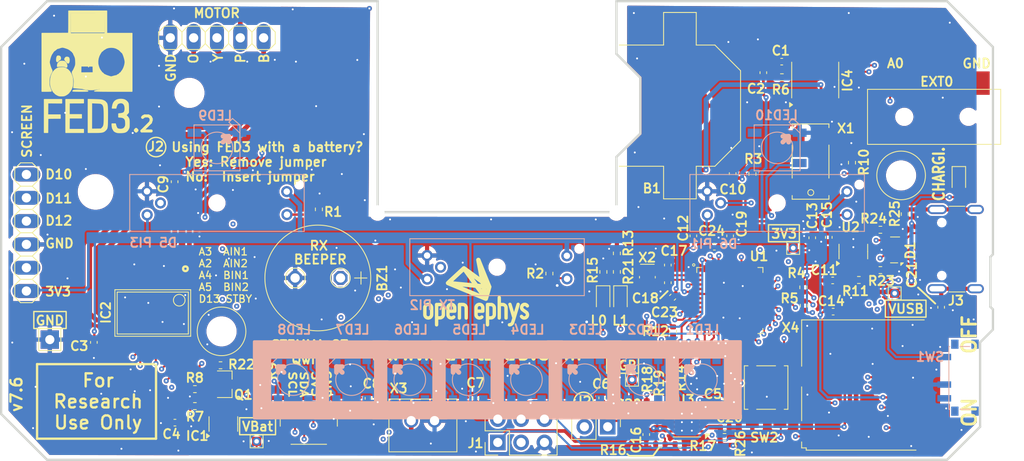
<source format=kicad_pcb>
(kicad_pcb (version 20241229) (generator "pcbnew") (generator_version "9.0")
  (layers (0 "F.Cu" signal) (4 "In1.Cu" signal) (6 "In2.Cu" signal) (2 "B.Cu" signal) (13 "F.Paste" user) (15 "B.Paste" user) (5 "F.SilkS" user "F.Silkscreen") (7 "B.SilkS" user "B.Silkscreen") (1 "F.Mask" user) (3 "B.Mask" user) (25 "Edge.Cuts" user))
  (net 0 "")
  (net 1 "GND")
  (net 2 "Net-(IC4-VDD)")
  (net 3 "Net-(U1-VDDCORE)")
  (net 4 "+3V3")
  (net 5 "/IOs Interface/VCCNEO")
  (net 6 "Net-(U1-PA00{slash}EINT0{slash}SERCOM1.0)")
  (net 7 "Net-(U1-PA01{slash}EINT1{slash}SERCOM1.1)")
  (net 9 "/EN")
  (net 10 "/BLUE")
  (net 11 "/ORANGE")
  (net 12 "/PINK")
  (net 13 "/YELLOW")
  (net 14 "Net-(IC4-XI)")
  (net 15 "Net-(IC4-XO)")
  (net 16 "Net-(LED1-DI)")
  (net 17 "Net-(LED1-DO)")
  (net 18 "Net-(LED2-DO)")
  (net 19 "Net-(LED3-DO)")
  (net 20 "Net-(LED5-DO)")
  (net 21 "Net-(LED6-DO)")
  (net 22 "Net-(LED7-DO)")
  (net 23 "Net-(LED8-DO)")
  (net 24 "Net-(LED10-DI)")
  (net 25 "/Controller Stage/SCL")
  (net 26 "Net-(PI1-Pad2)")
  (net 27 "Net-(PI2-Pad2)")
  (net 28 "Net-(PI3-Pad2)")
  (net 29 "Net-(CHG0-K)")
  (net 30 "Net-(U3-PROG)")
  (net 31 "Net-(L1-K)")
  (net 32 "/Controller Stage/SDA")
  (net 33 "/Controller Stage/AREF")
  (net 42 "/CC2")
  (net 43 "/CC1")
  (net 46 "VUSB")
  (net 47 "Net-(L0-K)")
  (net 51 "RX")
  (net 52 "A0")
  (net 53 "TX")
  (net 54 "D6")
  (net 55 "D5")
  (net 56 "D13")
  (net 57 "Net-(IC1-P$4)")
  (net 58 "A1")
  (net 59 "Net-(LED4-DO)")
  (net 61 "/Controller Stage/SQW")
  (net 62 "/Controller Stage/SWDIO")
  (net 63 "/Controller Stage/~{RESET}")
  (net 64 "D8")
  (net 65 "/Controller Stage/SWCLK")
  (net 66 "/Controller Stage/D10")
  (net 67 "/Controller Stage/D11")
  (net 68 "/Controller Stage/D12")
  (net 69 "/Controller Stage/SD_CS")
  (net 70 "/Controller Stage/SCK")
  (net 71 "D+")
  (net 73 "D-")
  (net 74 "/Controller Stage/D7")
  (net 75 "/Controller Stage/MISO")
  (net 76 "A2")
  (net 77 "A5")
  (net 78 "A4")
  (net 79 "A3")
  (net 80 "D9")
  (net 83 "Net-(IC4-VBAT)")
  (net 91 "VBat")
  (net 93 "/Controller Stage/MOSI")
  (net 94 "Net-(U3-STAT1)")
  (net 95 "Net-(U3-~{TE})")
  (net 96 "Net-(J2-Pin_1)")
  (net 98 "Net-(R13-Pad1)")
  (net 101 "Net-(J3-SHIELD)")
  (footprint "Button_Switch_SMD:SW_SPST_TL3305B" (layer "F.Cu") (at 177.8 122.125 -90)
    (property "Reference" "SW2")
    (property "Value" "SPST_TACT-KMR2" (hide yes))
  )
  (footprint "FED3_PCBLib:1X06" (layer "F.Cu") (at 97.2511 105.2536 -90)
    (property "Reference" "SCREEN0" (hide yes))
    (property "Value" "PINHD-1X6" (hide yes))
  )
  (footprint "TestPoint:TestPoint_Pad_1.0x1.0mm" (layer "F.Cu") (at 191.8 111.85 90)
    (property "Reference" "TP4" (hide yes))
    (property "Value" "VUSB" (hide yes))
  )
  (footprint "Capacitor_SMD:C_0402_1005Metric" (layer "F.Cu") (at 167.1 110.7 -90)
    (property "Reference" "C18")
    (property "Value" "22pF" (hide yes))
  )
  (footprint "Capacitor_SMD:C_0402_1005Metric" (layer "F.Cu") (at 167.1 108.7725 90)
    (property "Reference" "C17")
    (property "Value" "22pF" (hide yes))
  )
  (footprint "Resistor_SMD:R_0402_1005Metric" (layer "F.Cu") (at 168.4 128.3)
    (property "Reference" "R17")
    (property "Value" "100k 0.1%" (hide yes))
  )
  (footprint "Resistor_SMD:R_0402_1005Metric" (layer "F.Cu") (at 173.272079 127.521048)
    (property "Reference" "R26")
    (property "Value" "330R")
  )
  (footprint "Capacitor_SMD:C_0402_1005Metric" (layer "F.Cu") (at 196.86 113.37 -90)
    (property "Reference" "C21")
    (property "Value" "4.7nF" (hide yes))
  )
  (footprint "Crystal:Crystal_SMD_MicroCrystal_CC8V-T1A-2Pin_2.0x1.2mm" (layer "F.Cu") (at 164.87 110.0975 -90)
    (property "Reference" "X2")
    (property "Value" "uXtal" (hide yes))
  )
  (footprint "Resistor_SMD:R_0402_1005Metric" (layer "F.Cu") (at 190.246 104.9274 180)
    (property "Reference" "R24")
    (property "Value" "5.1k" (hide yes))
  )
  (footprint "" (layer "F.Cu") (at 192.5 99.0036)
    (property "Reference" "")
    (property "Value" "")
  )
  (footprint "Resistor_SMD:R_0402_1005Metric" (layer "F.Cu") (at 179.52 88.3)
    (property "Reference" "R6")
    (property "Value" "1k" (hide yes))
  )
  (footprint "Resistor_SMD:R_0402_1005Metric" (layer "F.Cu") (at 192.9 103.22 -90)
    (property "Reference" "R25")
    (property "Value" "1M" (hide yes))
  )
  (footprint "Capacitor_SMD:C_0402_1005Metric" (layer "F.Cu") (at 174.1555 98.8124 90)
    (property "Reference" "C10")
    (property "Value" "1uF" (hide yes))
  )
  (footprint "Capacitor_SMD:C_0402_1005Metric" (layer "F.Cu") (at 179.5 86.6 180)
    (property "Reference" "C1")
    (property "Value" "10µF" (hide yes))
  )
  (footprint "FED3_PCBLib:CR1220" (layer "F.Cu") (at 168.4151 91.3956 90)
    (property "Reference" "B1")
    (property "Value" "CR1220" (hide yes))
  )
  (footprint "FED3_PCBLib:oe logo" (layer "F.Cu") (at 146.25 111.7)
    (property "Reference" "G***" (hide yes))
    (property "Value" "LOGO" (hide yes))
  )
  (footprint "LED_SMD:LED_0603_1608Metric" (layer "F.Cu") (at 198.79 99.52 -90)
    (property "Reference" "CHG0" (hide yes))
    (property "Value" "RED" (hide yes))
  )
  (footprint "LED_SMD:LED_0603_1608Metric" (layer "F.Cu") (at 161.94 112.52 -90)
    (property "Reference" "L1")
    (property "Value" "GREEN" (hide yes))
  )
  (footprint "Resistor_SMD:R_0402_1005Metric" (layer "F.Cu") (at 181.9 113.2 -90)
    (property "Reference" "R5")
    (property "Value" "4k7" (hide yes))
  )
  (footprint "Resistor_SMD:R_0402_1005Metric" (layer "F.Cu") (at 167.3098 122.5284 90)
    (property "Reference" "R14")
    (property "Value" "1.27k" (hide yes))
  )
  (footprint "Capacitor_SMD:C_0402_1005Metric" (layer "F.Cu") (at 134.5 123.3 90)
    (property "Reference" "C8")
    (property "Value" "1uF" (hide yes))
  )
  (footprint "FED3_PCBLib:TSMT3" (layer "F.Cu") (at 118.85 121.7625 -90)
    (property "Reference" "Q1")
    (property "Value" "DMP2035U-7" (hide yes))
  )
  (footprint "Connector_PinHeader_2.54mm:PinHeader_2x03_P2.54mm_Vertical" (layer "F.Cu") (at 148.58205 128.109743 90)
    (property "Reference" "J1")
    (property "Value" "Conn_02x03_Odd_Even" (hide yes))
  )
  (footprint "Package_SON:USON-10_2.5x1.0mm_P0.5mm" (layer "F.Cu") (at 191.8422 107.1212 180)
    (property "Reference" "D1")
    (property "Value" "TPD4E05U06DQA" (hide yes))
  )
  (footprint "Capacitor_SMD:C_0402_1005Metric" (layer "F.Cu") (at 159.95 123.25 90)
    (property "Reference" "C6")
    (property "Value" "1uF" (hide yes))
  )
  (footprint "Capacitor_SMD:C_0402_1005Metric" (layer "F.Cu") (at 104.6 117.2 -90)
    (property "Reference" "C3")
    (property "Value" "10µF" (hide yes))
  )
  (footprint "Capacitor_SMD:C_0402_1005Metric" (layer "F.Cu") (at 164.75 127.25 -90)
    (property "Reference" "C16")
    (property "Value" "10µF" (hide yes))
  )
  (footprint "Resistor_SMD:R_0402_1005Metric" (layer "F.Cu") (at 167.67 116.025 90)
    (property "Reference" "R12")
    (property "Value" "330R" (hide yes))
  )
  (footprint "FED3_PCBLib:SSOP24" (layer "F.Cu") (at 111.0111 114.0016 180)
    (property "Reference" "IC2")
    (property "Value" "TB6612FNG" (hide yes))
  )
  (footprint "Resistor_SMD:R_0402_1005Metric" (layer "F.Cu") (at 190.246 109.3216 180)
    (property "Reference" "R23")
    (property "Value" "5.1k" (hide yes))
  )
  (footprint "Package_DFN_QFN:DFN-10-1EP_3x3mm_P0.5mm_EP1.58x2.35mm_ThermalVias" (layer "F.Cu") (at 169.1706 125.9 180)
    (property "Reference" "U3")
    (property "Value" "MCP73834-xxxx" (hide yes))
  )
  (footprint "FED3_PCBLib:CRYSTAL_8X3.8" (layer "F.Cu") (at 182.6391 97.4916 -90)
    (property "Reference" "X1")
    (property "Value" "ClockXtal" (hide yes))
  )
  (footprint "Resistor_SMD:R_0402_1005Metric" (layer "F.Cu") (at 115.6 122.3)
    (property "Reference" "R8")
    (property "Value" "4k7" (hide yes))
  )
  (footprint "Package_TO_SOT_SMD:SOT-23-5" (layer "F.Cu") (at 118.7 126.1 90)
    (property "Reference" "IC1")
    (property "Value" "MC74VHC1GT125" (hide yes))
  )
  (footprint "Capacitor_SMD:C_0402_1005Metric" (layer "F.Cu") (at 173.88 105.5875 90)
    (property "Reference" "C19")
    (property "Value" "1uF" (hide yes))
  )
  (footprint "FED3_PCBLib:MICROSD" (layer "F.Cu") (at 181.77 128.9 90)
    (property "Reference" "X4")
    (property "Value" "microsd" (hide yes))
  )
  (footprint "Capacitor_SMD:C_0402_1005Metric" (layer "F.Cu") (at 167.62 112.28 -135)
    (property "Reference" "C23")
    (property "Value" "100nF" (hide yes))
  )
  (footprint "Resistor_SMD:R_0402_1005Metric" (layer "F.Cu") (at 160.08 109.52 90)
    (property "Reference" "R15")
    (property "Value" "10k" (hide yes))
  )
  (footprint "Resistor_SMD:R_0402_1005Metric" (layer "F.Cu") (at 187.9 110.4)
    (property "Reference" "R11")
    (property "Value" "100k 0.1%" (hide yes))
  )
  (footprint "TestPoint:TestPoint_Pad_1.0x1.0mm" (layer "F.Cu") (at 163.2 121.266)
    (property "Reference" "TP2" (hide yes))
    (property "Value" "VccNEO" (hide yes))
  )
  (footprint "LED_SMD:LED_0603_1608Metric" (layer "F.Cu") (at 160.05 112.52 -90)
    (property "Reference" "L0")
    (property "Value" "RED" (hide yes))
  )
  (footprint "Package_SO:SO-8_3.9x4.9mm_P1.27mm" (layer "F.Cu") (at 183.1471 88.6016 90)
    (property "Reference" "IC4")
    (property "Value" "RTC PCF8523T" (hide yes))
  )
  (footprint "Capacitor_SMD:C_0402_1005Metric" (layer "F.Cu") (at 184.625 105.75 90)
    (property "Reference" "C15")
    (property "Value" "1uF" (hide yes))
  )
  (footprint "Capacitor_SMD:C_0402_1005Metric" (layer "F.Cu") (at 146.15 123.3 90)
    (property "Reference" "C7")
    (property "Value" "1uF" (hide yes))
  )
  (footprint "" (layer "F.Cu") (at 161.5011 103.0036)
    (property "Reference" "@HOLE2" (hide yes))
    (property "Value" "" (hide yes))
  )
  (footprint "Connector_JST:JST_SH_BM04B-SRSS-TB_1x04-1MP_P1.00mm_Vertical" (layer "F.Cu") (at 128 126.3 180)
    (property "Reference" "AUX_I2C0" (hide yes))
    (property "Value" "Qwiic" (hide yes))
  )
  (footprint "Capacitor_SMD:C_0402_1005Metric" (layer "F.Cu") (at 113.425 125.95 180)
    (property "Reference" "C4")
    (property "Value" "10µF" (hide yes))
  )
  (footprint "Capacitor_SMD:C_0402_1005Metric" (layer "F.Cu") (at 169.88 105.5875 90)
    (property "Reference" "C12")
    (property "Value" "1uF" (hide yes))
  )
  (footprint "Resistor_SMD:R_0402_1005Metric" (layer "F.Cu") (at 166.2854 128.3 180)
    (property "Reference" "R16")
    (property "Value" "100k 0.1%" (hide yes))
  )
  (footprint "Resistor_SMD:R_0402_1005Metric" (layer "F.Cu") (at 161.55 107.5 90)
    (property "Reference" "R13")
    (property "Value" "1.27k" (hide yes))
  )
  (footprint "TestPoint:TestPoint_Pad_1.0x1.0mm" (layer "F.Cu") (at 180.7464 106.9086 90)
    (property "Reference" "TP1" (hide yes))
    (property "Value" "3V3" (hide yes))
  )
  (footprint "FED3_PCBLib:TQFN48_7MM" (layer "F.Cu") (at 173.85 112.6375 -90)
    (property "Reference" "U1")
    (property "Value" "ATSAMD21G18A" (hide yes))
  )
  (footprint "" (layer "F.Cu") (at 135.5011 103.0036)
    (property "Reference" "@HOLE2" (hide yes))
    (property "Value" "" (hide yes))
  )
  (footprint "Capacitor_SMD:C_0402_1005Metric" (layer "F.Cu") (at 177.5 87.8 90)
    (property "Reference" "C2")
    (property "Value" "10µF" (hide yes))
  )
  (footprint "Capacitor_SMD:C_0402_1005Metric" (layer "F.Cu") (at 185.1 113.85)
    (property "Reference" "C14")
    (property "Value" "10µF" (hide yes))
  )
  (footprint "FED3_PCBLib:JST-XH-02-PACKAGE-ROUND-PAD" (layer "F.Cu") (at 140.4243 125.7364 180)
    (property "Reference" "X3")
    (property "Value" "B2B-PH-K-S" (hide yes))
  )
  (footprint "Capacitor_SMD:C_0402_1005Metric" (layer "F.Cu") (at 169.07 117.98 180)
    (property "Reference" "C22")
    (property "Value" "100nF" (hide yes))
  )
  (footprint "Capacitor_SMD:C_0402_1005Metric" (layer "F.Cu") (at 182.825 105.8 90)
    (property "Reference" "C13")
    (property "Value" "10µF" (hide yes))
  )
  (footprint "Resistor_SMD:R_0402_1005Metric" (layer "F.Cu") (at 187.15 97.61 -90)
    (property "Reference" "R10")
    (property "Value" "4k7" (hide yes))
  )
  (footprint "Resistor_SMD:R_0402_1005Metric" (layer "F.Cu") (at 161.55 109.52 -90)
    (property "Reference" "R21")
    (property "Value" "1k" (hide yes))
  )
  (footprint "Resistor_SMD:R_0402_1005Metric" (layer "F.Cu") (at 181.85 111.2 -90)
    (property "Reference" "R4")
    (property "Value" "4k7" (hide yes))
  )
  (footprint "Resistor_SMD:R_0402_1005Metric" (layer "F.Cu") (at 122.76 120.33 90)
    (property "Reference" "R9")
    (property "Value" "100k 0.1%" (hide yes))
  )
  (footprint "" (layer "F.Cu") (at 118.5011 116.0036)
    (property "Reference" "@HOLE6" (hide yes))
    (property "Value" "" (hide yes))
  )
  (footprint "Resistor_SMD:R_0402_1005Metric" (layer "F.Cu") (at 163.7 125.35 90)
    (property "Reference" "R20")
    (property "Value" "10k" (hide yes))
  )
  (footprint "Resistor_SMD:R_0402_1005Metric" (layer "F.Cu") (at 129.1 102.7 90)
    (property "Reference" "R1")
    (property "Value" "1k" (hide yes))
  )
  (footprint "Resistor_SMD:R_0402_1005Metric" (layer "F.Cu") (at 164.8 124.075 90)
    (property "Reference" "R18")
    (property "Value" "4k7" (hide yes))
  )
  (footprint "Resistor_SMD:R_0402_1005Metric" (layer "F.Cu") (at 176.3091 98.8436 90)
    (property "Reference" "R3")
    (property "Value" "1k" (hide yes))
  )
  (footprint "Capacitor_SMD:C_0402_1005Metric" (layer "F.Cu") (at 185.05 110.45 180)
    (property "Reference" "C11")
    (property "Value" "10µF" (hide yes))
  )
  (footprint "Connector_USB:USB_C_Receptacle_GCT_USB4105-xx-A_16P_TopMnt_Horizontal" (layer "F.Cu") (at 199.5342 107.0336 90)
    (property "Reference" "J3")
    (property "Value" "USB4105-GF-A")
  )
  (footprint "Resistor_SMD:R_0402_1005Metric" (layer "F.Cu") (at 166 124.075 90)
    (property "Reference" "R19")
    (property "Value" "DNP" (hide yes))
  )
  (footprint "TestPoint:TestPoint_THTPad_2.0x2.0mm_Drill1.0mm" (layer "F.Cu") (at 99.8 116.9 90)
    (property "Reference" "TP5" (hide yes))
    (property "Value" "GND" (hide yes))
  )
  (footprint "" (layer "F.Cu") (at 104.7881 100.7936)
    (property "Reference" "@HOLE5" (hide yes))
    (property "Value" "" (hide yes))
  )
  (footprint "FED3_PCBLib:Buzzer" (layer "F.Cu") (at 128.9846 110.18 180)
    (property "Reference" "BZ1")
    (property "Value" "Buzzer" (hide yes))
  )
  (footprint "Capacitor_SMD:C_0402_1005Metric" (layer "F.Cu") (at 172.16 106.78 180)
    (property "Reference" "C24")
    (property "Value" "100nF" (hide yes))
  )
  (footprint "FED3_PCBLib:1X05" (layer "F.Cu") (at 118.0011 84.0036)
    (property "Reference" "MOTOR0" (hide yes))
    (property "Value" "PINHD-1X5" (hide yes))
  )
  (footprint "Resistor_SMD:R_0402_1005Metric" (layer "F.Cu") (at 118.39 119.7)
    (property "Reference" "R22")
    (property "Value" "100k 0.1%" (hide yes))
  )
  (footprint "TestPoint:TestPoint_Pad_1.0x1.0mm" (layer "F.Cu") (at 122.32 127.99 90)
    (property "Reference" "TP3" (hide yes))
    (property "Value" "VBat")
  )
  (footprint "Capacitor_SMD:C_0402_1005Metric" (layer "F.Cu") (at 173.3 126.475)
    (property "Reference" "C20")
    (property "Value" "10µF" (hide yes))
  )
  (footprint "Capacitor_SMD:C_0402_1005Metric" (layer "F.Cu") (at 173.5 123.4 90)
    (property "Reference" "C5")
    (property "Value" "1uF" (hide yes))
  )
  (footprint "Resistor_SMD:R_0402_1005Metric" (layer "F.Cu") (at 154.2 109.7 90)
    (property "Reference" "R2")
    (property "Value" "1k" (hide yes))
  )
  (footprint "Capacitor_SMD:C_0402_1005Metric" (layer "F.Cu") (at 113.39 99.69 -90)
    (property "Reference" "C9")
    (property "Value" "1uF" (hide yes))
  )
  (footprint "Resistor_SMD:R_0402_1005Metric" (layer "F.Cu") (at 115.6 124.15 180)
    (property "Reference" "R7")
    (property "Value" "DNP" (hide yes))
  )
  (footprint "FED3_PCBLib:35RASMT2BHNTRX" (layer "F.Cu") (at 199.8443 92.6148 180)
    (property "Reference" "EXT0")
    (property "Value" "STEREO_JACK" (hide yes))
  )
  (footprint "Connector_PinHeader_2.54mm:PinHeader_1x02_P2.54mm_Vertical" (layer "F.Cu") (at 160.55 126.4 -90)
    (property "Reference" "J2")
    (property "Value" "Conn_01x02_Odd_Even" (hide yes))
  )
  (footprint "Package_TO_SOT_SMD:SOT-23-5" (layer "F.Cu") (at 187.3 107.3 90)
    (property "Reference" "U2")
    (property "Value" "MIC5504-3.3" (hide yes))
  )
  (footprint "" (layer "F.Cu") (at 115.0011 90.0036)
    (property "Reference" "@HOLE0" (hide yes))
    (property "Value" "" (hide yes))
  )
  (footprint "FED3_PCBLib:FED_logo" (layer "F.Cu") (at 103.691843 87.74804)
    (property "Reference" "G***" (hide yes))
    (property "Value" "LOGO" (hide yes))
  )
  (footprint "FED3_PCBLib:WS2812B" (layer "B.Cu") (at 179.0011 96.0004 180)
    (property "Reference" "LED10")
    (property "Value" "RGBLed" (hide yes))
  )
  (footprint "FED3_PCBLib:WS2812B" (layer "B.Cu") (at 151.7019 121.266 -90)
    (property "Reference" "LED4")
    (property "Value" "RGBLed" (hide yes))
  )
  (footprint "FED3_PCBLib:SSSS811101" (layer "B.Cu") (at 199.45 121.05 -90)
    (property "Reference" "SW1")
    (property "Value" "Sw" (hide yes))
  )
  (footprint "FED3_PCBLib:WS2812B" (layer "B.Cu") (at 118.0011 96.0004 180)
    (property "Reference" "LED9")
    (property "Value" "RGBLed" (hide yes))
  )
  (footprint "FED3_PCBLib:WS2812B" (layer "B.Cu") (at 126.3019 121.266 -90)
    (property "Reference" "LED8")
    (property "Value" "RGBLed" (hide yes))
  )
  (footprint "FED3_PCBLib:WS2812B" (layer "B.Cu") (at 158.0519 121.266 -90)
    (property "Reference" "LED3")
    (property "Value" "RGBLed" (hide yes))
  )
  (footprint "FED3_PCBLib:WS2812B" (layer "B.Cu") (at 170.7519 121.266 -90)
    (property "Reference" "LED1")
    (property "Value" "RGBLed" (hide yes))
  )
  (footprint "FED3_PCBLib:GP1A57HR" (layer "B.Cu") (at 118.0011 102.0036 180)
    (property "Reference" "PI3" (hide yes))
    (property "Value" "GP1A57HR" (hide yes))
  )
  (footprint "FED3_PCBLib:GP1A57HR" (layer "B.Cu") (at 179.0011 102.0036 180)
    (property "Reference" "PI1" (hide yes))
    (property "Value" "GP1A57HR" (hide yes))
  )
  (footprint "FED3_PCBLib:GP1A57HR" (layer "B.Cu") (at 148.5011 109.0036 180)
    (property "Reference" "PI2" (hide yes))
    (property "Value" "GP1A57HR" (hide yes))
  )
  (footprint "FED3_PCBLib:WS2812B" (layer "B.Cu") (at 164.4019 121.266 -90)
    (property "Reference" "LED2")
    (property "Value" "RGBLed" (hide yes))
  )
  (footprint "FED3_PCBLib:WS2812B" (layer "B.Cu") (at 139.0019 121.266 -90)
    (property "Reference" "LED6")
    (property "Value" "RGBLed" (hide yes))
  )
  (footprint "FED3_PCBLib:WS2812B" (layer "B.Cu") (at 132.6519 121.266 -90)
    (property "Reference" "LED7")
    (property "Value" "RGBLed" (hide yes))
  )
  (footprint "FED3_PCBLib:WS2812B" (layer "B.Cu") (at 145.3519 121.266 -90)
    (property "Reference" "LED5")
    (property "Value" "RGBLed" (hide yes))
  )
  (gr_circle (center 114.5671 109.1756) (end 114.8211 109.1756) (stroke (width 0.254)) (fill no) (layer "F.SilkS"))
  (gr_circle (center 111.37 95.911085) (end 112.328541 96.361085) (stroke (width 0.15)) (fill no) (layer "F.SilkS"))
  (gr_rect (start 160.44 117.186) (end 163.9 120.566) (stroke (width 0.15)) (fill no) (layer "F.SilkS"))
  (gr_circle (center 192.5 99) (end 195.15 98.97) (stroke (width 0.1)) (fill no) (layer "F.SilkS"))
  (gr_rect (start 98.06 113.84) (end 101.58 115.69) (stroke (width 0.15)) (fill no) (layer "F.SilkS"))
  (gr_circle (center 157.931085 123.69) (end 158.889626 124.14) (stroke (width 0.15)) (fill no) (layer "F.SilkS"))
  (gr_line (start 162.9 129.57) (end 165.49 129.57) (stroke (width 0.2)) (layer "F.SilkS"))
  (gr_rect (start 190.79 112.6) (end 195.21 114.45) (stroke (width 0.15)) (fill no) (layer "F.SilkS"))
  (gr_rect (start 178.06 104.38) (end 181.42 106.23) (stroke (width 0.15)) (fill no) (layer "F.SilkS"))
  (gr_circle (center 118.5 116) (end 121.15 116.01) (stroke (width 0.1)) (fill no) (layer "F.SilkS"))
  (gr_line (start 194.34 111.22) (end 196.22 112.97) (stroke (width 0.2)) (layer "F.SilkS"))
  (gr_rect (start 120.47 125.415) (end 124.38 127.265) (stroke (width 0.15)) (fill no) (layer "F.SilkS"))
  (gr_line (start 162.68 129.37) (end 162.9 129.57) (stroke (width 0.2)) (layer "F.SilkS"))
  (gr_line (start 111.367 119.572) (end 111.367 127.7) (stroke (width 0.254)) (layer "F.SilkS"))
  (gr_line (start 98.413 119.572) (end 111.367 119.572) (stroke (width 0.254)) (layer "F.SilkS"))
  (gr_line (start 165.49 129.57) (end 166.131759 128.68) (stroke (width 0.2)) (layer "F.SilkS"))
  (gr_line (start 98.413 127.7) (end 98.413 119.572) (stroke (width 0.254)) (layer "F.SilkS"))
  (gr_line (start 111.367 127.7) (end 98.413 127.7) (stroke (width 0.254)) (layer "F.SilkS"))
  (gr_line (start 166.27 112.41) (end 167.08 111.61) (stroke (width 0.2)) (layer "F.SilkS"))
  (gr_line (start 156.4136 119.8436) (end 157.0486 120.4786) (stroke (width 0.508)) (layer "B.SilkS"))
  (gr_line (start 137.3636 119.8436) (end 137.9986 120.4786) (stroke (width 0.508)) (layer "B.SilkS"))
  (gr_line (start 169.1136 119.8436) (end 169.7486 119.8436) (stroke (width 0.508)) (layer "B.SilkS"))
  (gr_line (start 162.7636 119.8436) (end 163.3986 120.4786) (stroke (width 0.508)) (layer "B.SilkS"))
  (gr_line (start 169.1136 119.8436) (end 169.7486 120.4786) (stroke (width 0.508)) (layer "B.SilkS"))
  (gr_line (start 162.7636 119.8436) (end 163.3986 119.8436) (stroke (width 0.508)) (layer "B.SilkS"))
  (gr_line (start 124.6636 119.8436) (end 125.2986 120.4786) (stroke (width 0.508)) (layer "B.SilkS"))
  (gr_line (start 119.2915 94.7357) (end 119.2915 95.3707) (stroke (width 0.508)) (layer "B.SilkS"))
  (gr_line (start 180.2515 94.7357) (end 179.6165 95.3707) (stroke (width 0.508)) (layer "B.SilkS"))
  (gr_line (start 156.4136 119.8436) (end 156.4136 120.4786) (stroke (width 0.508)) (layer "B.SilkS"))
  (gr_line (start 143.7136 119.8436) (end 144.3486 120.4786) (stroke (width 0.508)) (layer "B.SilkS"))
  (gr_line (start 131.0136 119.8436) (end 131.0136 120.4786) (stroke (width 0.508)) (layer "B.SilkS"))
  (gr_line (start 137.3636 119.8436) (end 137.3636 120.4786) (stroke (width 0.508)) (layer "B.SilkS"))
  (gr_line (start 150.0636 119.8436) (end 150.6986 120.4786) (stroke (width 0.508)) (layer "B.SilkS"))
  (gr_line (start 180.2515 94.7357) (end 180.2515 95.3707) (stroke (width 0.508)) (layer "B.SilkS"))
  (gr_line (start 131.0136 119.8436) (end 131.6486 120.4786) (stroke (width 0.508)) (layer "B.SilkS"))
  (gr_line (start 169.1136 119.8436) (end 169.1136 120.4786) (stroke (width 0.508)) (layer "B.SilkS"))
  (gr_line (start 119.2915 94.7357) (end 118.6565 95.3707) (stroke (width 0.508)) (layer "B.SilkS"))
  (gr_line (start 137.3636 119.8436) (end 137.9986 119.8436) (stroke (width 0.508)) (layer "B.SilkS"))
  (gr_line (start 143.7136 119.8436) (end 144.3486 119.8436) (stroke (width 0.508)) (layer "B.SilkS"))
  (gr_line (start 156.4136 119.8436) (end 157.0486 119.8436) (stroke (width 0.508)) (layer "B.SilkS"))
  (gr_line (start 162.7636 119.8436) (end 162.7636 120.4786) (stroke (width 0.508)) (layer "B.SilkS"))
  (gr_line (start 150.0636 119.8436) (end 150.0636 120.4786) (stroke (width 0.508)) (layer "B.SilkS"))
  (gr_line (start 124.6636 119.8436) (end 124.6636 120.4786) (stroke (width 0.508)) (layer "B.SilkS"))
  (gr_line (start 119.2915 94.7357) (end 118.6565 94.7357) (stroke (width 0.508)) (layer "B.SilkS"))
  (gr_line (start 150.0636 119.8436) (end 150.6986 119.8436) (stroke (width 0.508)) (layer "B.SilkS"))
  (gr_line (start 131.0136 119.8436) (end 131.6486 119.8436) (stroke (width 0.508)) (layer "B.SilkS"))
  (gr_line (start 143.7136 119.8436) (end 143.7136 120.4786) (stroke (width 0.508)) (layer "B.SilkS"))
  (gr_line (start 124.6636 119.8436) (end 125.2986 119.8436) (stroke (width 0.508)) (layer "B.SilkS"))
  (gr_line (start 180.2515 94.7357) (end 179.6165 94.7357) (stroke (width 0.508)) (layer "B.SilkS"))
  (gr_line (start 201.1011 126.4036) (end 201.1011 117.2036) (stroke (width 0.25)) (layer "Edge.Cuts"))
  (gr_line (start 161.5011 103.0036) (end 135.5011 103.0036) (stroke (width 0.25)) (layer "Edge.Cuts"))
  (gr_line (start 161.5011 80.0036) (end 161.5011 85.7516) (stroke (width 0.25)) (layer "Edge.Cuts"))
  (gr_line (start 161.5011 85.7516) (end 164.0971 88.3476) (stroke (width 0.25)) (layer "Edge.Cuts"))
  (gr_line (start 99.5011 80.0036) (end 94.5011 85.0036) (stroke (width 0.25)) (layer "Edge.Cuts"))
  (gr_line (start 202.2211 107.8836) (end 202.5011 107.6036) (stroke (width 0.25)) (layer "Edge.Cuts"))
  (gr_line (start 202.5011 85.0036) (end 197.5011 80.0036) (stroke (width 0.25)) (layer "Edge.Cuts"))
  (gr_line (start 202.2211 113.3236) (end 202.2211 107.8836) (stroke (width 0.25)) (layer "Edge.Cuts"))
  (gr_line (start 202.5011 107.6036) (end 202.5011 85.0036) (stroke (width 0.25)) (layer "Edge.Cuts"))
  (gr_line (start 161.5011 96.9836) (end 161.5011 103.0036) (stroke (width 0.25)) (layer "Edge.Cuts"))
  (gr_line (start 202.5011 113.6036) (end 202.2211 113.3236) (stroke (width 0.25)) (layer "Edge.Cuts"))
  (gr_line (start 135.5011 103.0036) (end 135.5011 80.0036) (stroke (width 0.25)) (layer "Edge.Cuts"))
  (gr_line (start 94.5011 125.0036) (end 99.5011 130.0036) (stroke (width 0.25)) (layer "Edge.Cuts"))
  (gr_line (start 164.0971 88.3476) (end 164.0971 94.4436) (stroke (width 0.25)) (layer "Edge.Cuts"))
  (gr_line (start 197.5011 130.0036) (end 201.1011 126.4036) (stroke (width 0.25)) (layer "Edge.Cuts"))
  (gr_line (start 197.5011 80.0036) (end 161.5011 80.0036) (stroke (width 0.25)) (layer "Edge.Cuts"))
  (gr_line (start 202.5011 115.8036) (end 202.5011 113.6036) (stroke (width 0.25)) (layer "Edge.Cuts"))
  (gr_line (start 94.5011 85.0036) (end 94.5011 125.0036) (stroke (width 0.25)) (layer "Edge.Cuts"))
  (gr_line (start 99.5011 130.0036) (end 197.5011 130.0036) (stroke (width 0.25)) (layer "Edge.Cuts"))
  (gr_line (start 164.0971 94.4436) (end 161.5011 96.9836) (stroke (width 0.25)) (layer "Edge.Cuts"))
  (gr_line (start 201.1011 117.2036) (end 202.5011 115.8036) (stroke (width 0.25)) (layer "Edge.Cuts"))
  (gr_line (start 135.5011 80.0036) (end 99.5011 80.0036) (stroke (width 0.25)) (layer "Edge.Cuts"))
  (gr_text "SCREEN" (at 97.9 97.19 90) (layer "F.SilkS") (effects (font (size 1 1) (thickness 0.2) (bold yes)) (justify left bottom)))
  (gr_text "BEEPER" (at 126.265 108.745 0) (layer "F.SilkS") (effects (font (size 1 1) (thickness 0.2)) (justify left bottom)))
  (gr_text "SCL" (at 125.75 120.25 270) (layer "F.SilkS") (effects (font (size 0.8 1) (thickness 0.2)) (justify left bottom)))
  (gr_text "Qwiic" (at 128.08 119.06 0) (layer "F.SilkS") (effects (font (size 1 1) (thickness 0.2) (bold yes))))
  (gr_text "Using FED3 with a battery?\n  Yes: Remove jumper\n  No:  Insert jumper" (at 112.93 99.72 0) (layer "F.SilkS") (effects (font (size 1 1) (thickness 0.2) (bold yes)) (justify left bottom)))
  (gr_text "Y" (at 118.7 86.734524 90) (layer "F.SilkS") (effects (font (size 1 1) (thickness 0.2)) (justify left bottom)))
  (gr_text "B" (at 123.725 86.877381 90) (layer "F.SilkS") (effects (font (size 1 1) (thickness 0.2)) (justify left bottom)))
  (gr_text "MOTOR" (at 115.35 81.9 0) (layer "F.SilkS") (effects (font (size 1 1) (thickness 0.2) (bold yes)) (justify left bottom)))
  (gr_text "STEMMA QT" (at 128.08 117.53 0) (layer "F.SilkS") (effects (font (size 1 1) (thickness 0.25) (bold yes))))
  (gr_text "VUSB" (at 193.04 114.13 0) (layer "F.SilkS") (effects (font (size 1 1) (thickness 0.2) (bold yes)) (justify bottom)))
  (gr_text "D10" (at 99.2 99.475 0) (layer "F.SilkS") (effects (font (size 1 1) (thickness 0.2)) (justify left bottom)))
  (gr_text "ON" (at 200.81 126.6 90) (layer "F.SilkS") (effects (font (size 1.5 1.5) (thickness 0.3)) (justify left bottom)))
  (gr_text "A3  AIN1\nA2  AIN2\nA4  BIN1\nA5  BIN2\nD13 STBY" (at 115.93 112.93 0) (layer "F.SilkS") (effects (font (size 0.8 0.8) (thickness 0.13716)) (justify left bottom)))
  (gr_text "3V3" (at 179.76 105.945 0) (layer "F.SilkS") (effects (font (size 1 1) (thickness 0.2) (bold yes)) (justify bottom)))
  (gr_text "GND" (at 199.07 87.39 0) (layer "F.SilkS") (effects (font (size 1 1) (thickness 0.2)) (justify left bottom)))
  (gr_text "GND" (at 99.81 115.405 0) (layer "F.SilkS") (effects (font (size 1 1) (thickness 0.2) (bold yes)) (justify bottom)))
  (gr_text "GND" (at 99.2 107 0) (layer "F.SilkS") (effects (font (size 1 1) (thickness 0.2)) (justify left bottom)))
  (gr_text "VCC\nRGB" (at 162.22 120.316 0) (layer "F.SilkS") (effects (font (size 1 1) (thickness 0.2) (bold yes)) (justify bottom)))
  (gr_text "For\nResearch\nUse Only" (at 105.0624 126.7754 0) (layer "F.SilkS") (effects (font (size 1.42494 1.42494) (thickness 0.25146)) (justify bottom)))
  (gr_text "GND" (at 113.575 88.925 90) (layer "F.SilkS") (effects (font (size 1 1) (thickness 0.2)) (justify left bottom)))
  (gr_text "A0" (at 190.85 87.37 0) (layer "F.SilkS") (effects (font (size 1 1) (thickness 0.2)) (justify left bottom)))
  (gr_text "J2" (at 111.36 95.862544 0) (layer "F.SilkS") (effects (font (size 1 1) (thickness 0.2) (bold yes))))
  (gr_text "CHARGI." (at 197.32 101.93 90) (layer "F.SilkS") (effects (font (size 1.2 1) (thickness 0.24) (bold yes)) (justify left bottom)))
  (gr_text "O" (at 116.025 86.925 90) (layer "F.SilkS") (effects (font (size 1 1) (thickness 0.2)) (justify left bottom)))
  (gr_text "3V3" (at 128.25 120.25 270) (layer "F.SilkS") (effects (font (size 0.8 1) (thickness 0.2)) (justify left bottom)))
  (gr_text "RX" (at 127.98 107.25 0) (layer "F.SilkS") (effects (font (size 1 1) (thickness 0.2)) (justify left bottom)))
  (gr_text "P" (at 121.15 86.877381 90) (layer "F.SilkS") (effects (font (size 1 1) (thickness 0.2)) (justify left bottom)))
  (gr_text "www.kravitzlab.com" (at 146.224814 118.32 0) (layer "F.SilkS") (effects (font (size 1.6 1.6) (thickness 0.3) (bold yes))))
  (gr_text "D12" (at 99.2 104.525 0) (layer "F.SilkS") (effects (font (size 1 1) (thickness 0.2)) (justify left bottom)))
  (gr_text "3V3" (at 99.2 112.25 0) (layer "F.SilkS") (effects (font (size 1 1) (thickness 0.2)) (justify left bottom)))
  (gr_text "OFF" (at 200.81 118.62 90) (layer "F.SilkS") (effects (font (size 1.5 1.5) (thickness 0.3)) (justify left bottom)))
  (gr_text "SDA" (at 127 120.25 270) (layer "F.SilkS") (effects (font (size 0.8 1) (thickness 0.2)) (justify left bottom)))
  (gr_text ".2" (at 108.591843 94.37604 0) (layer "F.SilkS") (effects (font (size 1.64084 1.64084) (thickness 0.328168) (bold yes)) (justify left bottom)))
  (gr_text "GND" (at 129.5 120.1 270) (layer "F.SilkS") (effects (font (size 0.8 1) (thickness 0.2)) (justify left bottom)))
  (gr_text "v7.6" (at 96.88 124.92 90) (layer "F.SilkS") (effects (font (size 1.20904 1.20904) (thickness 0.241808) (bold yes)) (justify left bottom)))
  (gr_text "D11" (at 99.2 102.1 0) (layer "F.SilkS") (effects (font (size 1 1) (thickness 0.2)) (justify left bottom)))
  (gr_text "D6 PI1" (at 174.8 107.05 0) (layer "B.SilkS") (effects (font (size 1 1) (thickness 0.2)) (justify left bottom mirror)))
  (gr_text "TX PI2" (at 144.025 113.725 0) (layer "B.SilkS") (effects (font (size 1 1) (thickness 0.2)) (justify left bottom mirror)))
  (gr_text "D5 PI3" (at 113.775 106.925 0) (layer "B.SilkS") (effects (font (size 1 1) (thickness 0.2)) (justify left bottom mirror)))
  (segment (start 184.62769 110.39231) (end 184.57 110.45) (width 0.22) (layer "F.Cu") (net 1))
  (segment (start 112.6361 109.2861) (end 112.6361 110.5816) (width 0.3) (layer "F.Cu") (net 1))
  (segment (start 173.6 116.0925) (end 173.62 116.1125) (width 0.22) (layer "F.Cu") (net 1))
  (segment (start 172.437927 114.640889) (end 173.6 114.640889) (width 0.22) (layer "F.Cu") (net 1))
  (segment (start 120.9 127.99) (end 120.1475 127.2375) (width 0.25) (layer "F.Cu") (net 1))
  (segment (start 120.1475 127.2375) (end 119.65 127.2375) (width 0.25) (layer "F.Cu") (net 1))
  (segment (start 191.4572 107.1212) (end 192.2272 107.1212) (width 0.23) (layer "F.Cu") (net 1))
  (segment (start 160.07 108.05) (end 160.07 109) (width 0.21) (layer "F.Cu") (net 1))
  (segment (start 191.4572 107.1212) (end 190.3824 107.1212) (width 0.23) (layer "F.Cu") (net 1))
  (segment (start 111.9 126) (end 112.895 126) (width 0.25) (layer "F.Cu") (net 1))
  (segment (start 170.4325 111.925) (end 171.553333 111.925) (width 0.22) (layer "F.Cu") (net 1))
  (segment (start 109 108.7) (end 109.3861 109.0861) (width 0.3) (layer "F.Cu") (net 1))
  (segment (start 175.2518 111.062165) (end 175.254753 111.062165) (width 0.22) (layer "F.Cu") (net 1))
  (segment (start 162.8 124.941002) (end 163.598998 124.941002) (width 0.21) (layer "F.Cu") (net 1))
  (segment (start 173.6 114.640889) (end 173.6 116.0925) (width 0.22) (layer "F.Cu") (net 1))
  (segment (start 187.3 108.3) (end 187.35 108.35) (width 0.35) (layer "F.Cu") (net 1))
  (segment (start 160.7 107) (end 161.54 107) (width 0.21) (layer "F.Cu") (net 1))
  (segment (start 192.5116 125.2398) (end 191.0766 125.2398) (width 0.25) (layer "F.Cu") (net 1))
  (segment (start 112.225 108.875) (end 112.6361 109.2861) (width 0.3) (layer "F.Cu") (net 1))
  (segment (start 171.553333 111.925) (end 171.57 111.908333) (width 0.22) (layer "F.Cu") (net 1))
  (segment (start 130.716405 125.548435) (end 129.548435 125.548435) (width 0.22) (layer "F.Cu") (net 1))
  (segment (start 191.0766 125.2398) (end 191.0588 125.222) (width 0.25) (layer "F.Cu") (net 1))
  (segment (start 160.07 109) (end 160.08 109.01) (width 0.21) (layer "F.Cu") (net 1))
  (segment (start 175.926918 110.39) (end 177.31 110.39) (width 0.22) (layer "F.Cu") (net 1))
  (segment (start 129.548435 125.548435) (end 129.5 125.5) (width 0.22) (layer "F.Cu") (net 1))
  (segment (start 174.12 110.40472) (end 174.12 109.2) (width 0.22) (layer "F.Cu") (net 1))
  (segment (start 109.3861 109.0861) (end 109.3861 110.5816) (width 0.3) (layer "F.Cu") (net 1))
  (segment (start 129.5 125.5) (end 129.5 124.975) (width 0.22) (layer "F.Cu") (net 1))
  (segment (start 175.254753 111.062165) (end 175.926918 110.39) (width 0.22) (layer "F.Cu") (net 1))
  (segment (start 190.3824 107.1212) (end 190.373 107.1118) (width 0.23) (layer "F.Cu") (net 1))
  (segment (start 184.62769 109.543265) (end 184.62769 110.39231) (width 0.22) (layer "F.Cu") (net 1))
  (segment (start 115.05 122.45) (end 115.2 122.3) (width 0.25) (layer "F.Cu") (net 1))
  (segment (start 170.6081 124.9) (end 169.7856 124.9) (width 0.23) (layer "F.Cu") (net 1))
  (segment (start 163.598998 124.941002) (end 163.7 124.84) (width 0.21) (layer "F.Cu") (net 1))
  (segment (start 104.6 117.68) (end 104.6 118.9) (width 0.25) (layer "F.Cu") (net 1))
  (segment (start 115.05 123.1) (end 115.05 122.45) (width 0.25) (layer "F.Cu") (net 1))
  (segment (start 195.31 128.5) (end 193.6 128.5) (width 0.22) (layer "F.Cu") (net 1))
  (segment (start 169.7856 124.9) (end 169.7106 124.975) (width 0.23) (layer "F.Cu") (net 1))
  (segment (start 161.54 107) (end 161.55 106.99) (width 0.21) (layer "F.Cu") (net 1))
  (via (at 110.72 122.42) (size 0.55) (drill 0.21) (layers "F.Cu" "B.Cu") (net 1))
  (via (at 197.0345 90.526) (size 0.55) (drill 0.21) (layers "F.Cu" "B.Cu") (net 1))
  (via (at 194.56 110.39) (size 0.55) (drill 0.21) (layers "F.Cu" "B.Cu") (net 1))
  (via (at 181.84 103.99) (size 0.55) (drill 0.21) (layers "F.Cu" "B.Cu") (net 1))
  (via (at 184.8 118.45) (size 0.55) (drill 0.21) (layers "F.Cu" "B.Cu") (net 1))
  (via (at 187.05 112.35) (size 0.55) (drill 0.21) (layers "F.Cu" "B.Cu") (net 1))
  (via (at 171.21 124.25) (size 0.55) (drill 0.21) (layers "F.Cu" "B.Cu") (net 1))
  (via (at 163.75 86.25) (size 0.55) (drill 0.21) (layers "F.Cu" "B.Cu") (net 1))
  (via (at 198.13 113.7) (size 0.55) (drill 0.21) (layers "F.Cu" "B.Cu") (net 1))
  (via (at 141.29 128.23) (size 0.55) (drill 0.21) (layers "F.Cu" "B.Cu") (net 1))
  (via (at 138.025 111.225) (size 0.55) (drill 0.21) (layers "F.Cu" "B.Cu") (net 1))
  (via (at 162.8 124.941002) (size 0.55) (drill 0.21) (layers "F.Cu" "B.Cu") (net 1))
  (via (at 131.6 98.85) (size 0.55) (drill 0.21) (layers "F.Cu" "B.Cu") (net 1))
  (via (at 117.3 86.6) (size 0.55) (drill 0.21) (layers "F.Cu" "B.Cu") (net 1))
  (via (at 108.825 94.375) (size 0.55) (drill 0.21) (layers "F.Cu" "B.Cu") (net 1))
  (via (at 197.41 124.4) (size 0.55) (drill 0.21) (layers "F.Cu" "B.Cu") (net 1))
  (via (at 181.92 104.83) (size 0.55) (drill 0.21) (layers "F.Cu" "B.Cu") (net 1))
  (via (at 185.7 127.35) (size 0.55) (drill 0.21) (layers "F.Cu" "B.Cu") (net 1))
  (via (at 110.525 112.9) (size 0.55) (drill 0.21) (layers "F.Cu" "B.Cu") (net 1))
  (via (at 109 108.7) (size 0.55) (drill 0.21) (layers "F.Cu" "B.Cu") (net 1))
  (via (at 187.3 105.94) (size 0.55) (drill 0.21) (layers "F.Cu" "B.Cu") (net 1))
  (via (at 188.975 127.5) (size 0.55) (drill 0.21) (layers "F.Cu" "B.Cu") (net 1))
  (via (at 199.075 126.75) (size 0.55) (drill 0.21) (layers "F.Cu" "B.Cu") (net 1))
  (via (at 161.89 121.02) (size 0.55) (drill 0.21) (layers "F.Cu" "B.Cu") (net 1))
  (via (at 128.8 91.45) (size 0.55) (drill 0.21) (layers "F.Cu" "B.Cu") (net 1))
  (via (at 193.75 115.3) (size 0.55) (drill 0.21) (layers "F.Cu" "B.Cu") (net 1))
  (via (at 192.68 104.84) (size 0.55) (drill 0.21) (layers "F.Cu" "B.Cu") (net 1))
  (via (at 173.35 118.7) (size 0.55) (drill 0.21) (layers "F.Cu" "B.Cu") (net 1))
  (via (at 174.925 114.575) (size 0.55) (drill 0.21) (layers "F.Cu" "B.Cu") (net 1))
  (via (at 147.852894 103.795731) (size 0.55) (drill 0.21) (layers "F.Cu" "B.Cu") (net 1))
  (via (at 115.68 100.53) (size 0.55) (drill 0.21) (layers "F.Cu" "B.Cu") (net 1))
  (via (at 155.05 111) (size 0.6) (drill 0.3) (layers "F.Cu" "B.Cu") (net 1))
  (via (at 160.7 107) (size 0.55) (drill 0.21) (layers "F.Cu" "B.Cu") (net 1))
  (via (at 114.55 112.05) (size 0.55) (drill 0.21) (layers "F.Cu" "B.Cu") (net 1))
  (via (at 170.29 122.32) (size 0.55) (drill 0.21) (layers "F.Cu" "B.Cu") (net 1))
  (via (at 112.075 114.975) (size 0.55) (drill 0.21) (layers "F.Cu" "B.Cu") (net 1))
  (via (at 145.1 125.8) (size 0.55) (drill 0.21) (layers "F.Cu" "B.Cu") (net 1))
  (via (at 173.15 114.5) (size 0.55) (drill 0.21) (layers "F.Cu" "B.Cu") (net 1))
  (via (at 112.225 108.875) (size 0.55) (drill 0.21) (layers "F.Cu" "B.Cu") (net 1))
  (via (at 192.28 109.47) (size 0.55) (drill 0.21) (layers "F.Cu" "B.Cu") (net 1))
  (via (at 137.4 120.6) (size 0.55) (drill 0.21) (layers "F.Cu" "B.Cu") (net 1))
  (via (at 187.9 89.425) (size 0.55) (drill 0.21) (layers "F.Cu" "B.Cu") (net 1))
  (via (at 164.5 119.5) (size 0.55) (drill 0.21) (layers "F.Cu" "B.Cu") (net 1))
  (via (at 158.26 114.97) (size 0.6) (drill 0.3) (layers "F.Cu" "B.Cu") (net 1))
  (via (at 185.25 89.35) (size 0.55) (drill 0.21) (layers "F.Cu" "B.Cu") (net 1))
  (via (at 200.4 114.7) (size 0.55) (drill 0.21) (layers "F.Cu" "B.Cu") (net 1))
  (via (at 97.025 86.825) (size 0.55) (drill 0.21) (layers "F.Cu" "B.Cu") (net 1))
  (via (at 193.6 128.5) (size 0.55) (drill 0.21) (layers "F.Cu" "B.Cu") (net 1))
  (via (at 103.725 88.225) (size 0.55) (drill 0.21) (layers "F.Cu" "B.Cu") (net 1))
  (via (at 177.875 123.125) (size 0.55) (drill 0.21) (layers "F.Cu" "B.Cu") (net 1))
  (via (at 179.9519 91.0294) (size 0.55) (drill 0.21) (layers "F.Cu" "B.Cu") (net 1))
  (via (at 186 97.8) (size 0.55) (drill 0.21) (layers "F.Cu" "B.Cu") (net 1))
  (via (at 177.05 95.825) (size 0.55) (drill 0.21) (layers "F.Cu" "B.Cu") (net 1))
  (via (at 190.373 107.1118) (size 0.55) (drill 0.21) (layers "F.Cu" "B.Cu") (net 1))
  (via (at 112.675 123.25) (size 0.55) (drill 0.21) (layers "F.Cu" "B.Cu") (net 1))
  (via (at 121.91 98.44) (size 0.55) (drill 0.21) (layers "F.Cu" "B.Cu") (net 1))
  (via (at 160.07 108.05) (size 0.55) (drill 0.21) (layers "F.Cu" "B.Cu") (net 1))
  (via (at 182.275 115.4) (size 0.55) (drill 0.21) (layers "F.Cu" "B.Cu") (net 1))
  (via (at 152.7 108.7) (size 0.55) (drill 0.21) (layers "F.Cu" "B.Cu") (net 1))
  (via (at 133.2831 86.4156) (size 0.55) (drill 0.21) (layers "F.Cu" "B.Cu") (net 1))
  (via (at 175.7355 91.0294) (size 0.55) (drill 0.21) (layers "F.Cu" "B.Cu") (net 1))
  (via (at 143.05 111.4) (size 0.55) (drill 0.21) (layers "F.Cu" "B.Cu") (net 1))
  (via (at 158.55 111.65) (size 0.55) (drill 0.21) (layers "F.Cu" "B.Cu") (net 1))
  (via (at 182.3 122.9) (size 0.55) (drill 0.21) (layers "F.Cu" "B.Cu") (net 1))
  (via (at 103.725 98.3) (size 0.55) (drill 0.21) (layers "F.Cu" "B.Cu") (net 1))
  (via (at 166.7 103.7) (size 0.55) (drill 0.21) (layers "F.Cu" "B.Cu") (net 1))
  (via (at 161.125 122.9) (size 0.55) (drill 0.21) (layers "F.Cu" "B.Cu") (net 1))
  (via (at 122.71 121.85) (size 0.55) (drill 0.21) (layers "F.Cu" "B.Cu") (net 1))
  (via (at 98.8153 96.7788) (size 0.55) (drill 0.21) (layers "F.Cu" "B.Cu") (net 1))
  (via (at 105.475 83.975) (size 0.55) (drill 0.21) (layers "F.Cu" "B.Cu") (net 1))
  (via (at 129.175 100.975) (size 0.55) (drill 0.21) (layers "F.Cu" "B.Cu") (net 1))
  (via (at 174 96) (size 0.55) (drill 0.21) (layers "F.Cu" "B.Cu") (net 1))
  (via (at 122.225 112.425) (size 0.55) (drill 0.21) (layers "F.Cu" "B.Cu") (net 1))
  (via (at 113.8 129) (size 0.55) (drill 0.21) (layers "F.Cu" "B.Cu") (net 1))
  (via (at 196.34 120.17) (size 0.55) (drill 0.21) (layers "F.Cu" "B.Cu") (net 1))
  (via (at 125.041765 120.429854) (size 0.55) (drill 0.21) (layers "F.Cu" "B.Cu") (net 1))
  (via (at 169.36 108.9975) (size 0.55) (drill 0.21) (layers "F.Cu" "B.Cu") (net 1))
  (via (at 149.65 120.85) (size 0.55) (drill 0.21) (layers "F.Cu" "B.Cu") (net 1))
  (via (at 194.31 103.53) (size 0.55) (drill 0.21) (layers "F.Cu" "B.Cu") (net 1))
  (via (at 121.21 124.49) (size 0.55) (drill 0.21) (layers "F.Cu" "B.Cu") (net 1))
  (via (at 126.6 86.6) (size 0.55) (drill 0.21) (layers "F.Cu" "B.Cu") (net 1))
  (via (at 126.25 80.9) (size 0.55) (drill 0.21) (layers "F.Cu" "B.Cu") (net 1))
  (via (at 132.5 124.65) (size 0.55) (drill 0.21) (layers "F.Cu" "B.Cu") (net 1))
  (via (at 134.6 80.8) (size 0.55) (drill 0.21) (layers "F.Cu" "B.Cu") (net 1))
  (via (at 108.6 120.15) (size 0.55) (drill 0.21) (layers "F.Cu" "B.Cu") (net 1))
  (via (at 122.84 124.38) (size 0.55) (drill 0.21) (layers "F.Cu" "B.Cu") (net 1))
  (via (at 195.75 113.45) (size 0.55) (drill 0.21) (layers "F.Cu" "B.Cu") (net 1))
  (via (at 134.1 101.7) (size 0.55) (drill 0.21) (layers "F.Cu" "B.Cu") (net 1))
  (via (at 191.0588 125.222) (size 0.55) (drill 0.21) (layers "F.Cu" "B.Cu") (net 1))
  (via (at 163.4 81.3) (size 0.55) (drill 0.21) (layers "F.Cu" "B.Cu") (net 1))
  (via (at 173.2 110.7) (size 0.55) (drill 0.21) (layers "F.Cu" "B.Cu") (net 1))
  (via (at 196.75 117.7) (size 0.55) (drill 0.21) (layers "F.Cu" "B.Cu") (net 1))
  (via (at 197.7991 82.3516) (size 0.55) (drill 0.21) (layers "F.Cu" "B.Cu") (net 1))
  (via (at 185.8 104.65) (size 0.55) (drill 0.21) (layers "F.Cu" "B.Cu") (net 1))
  (via (at 119.74 100.59) (size 0.55) (drill 0.21) (layers "F.Cu" "B.Cu") (net 1))
  (via (at 172.47 120.86) (size 0.55) (drill 0.21) (layers "F.Cu" "B.Cu") (net 1))
  (via (at 100.2631 81.5896) (size 0.55) (drill 0.21) (layers "F.Cu" "B.Cu") (net 1))
  (via (at 131.025 106.9) (size 0.55) (drill 0.21) (layers "F.Cu" "B.Cu") (net 1))
  (via (at 111.8 97.9) (size 0.55) (drill 0.21) (layers "F.Cu" "B.Cu") (net 1))
  (via (at 113.325 80.8) (size 0.55) (drill 0.21) (layers "F.Cu" "B.Cu") (net 1))
  (via (at 173.22 121.71) (size 0.55) (drill 0.21) (layers "F.Cu" "B.Cu") (net 1))
  (via (at 187.08 95.48) (size 0.55) (drill 0.21) (layers "F.Cu" "B.Cu") (net 1))
  (via (at 111.9 126) (size 0.55) (drill 0.21) (layers "F.Cu" "B.Cu") (net 1))
  (via (at 128.32 98.37) (size 0.55) (drill 0.21) (layers "F.Cu" "B.Cu") (net 1))
  (via (at 189.4 119.55) (size 0.55) (drill 0.21) (layers "F.Cu" "B.Cu") (net 1))
  (via (at 152.025 119.475) (size 0.55) (drill 0.21) (layers "F.Cu" "B.Cu") (net 1))
  (via (at 166.3 111.65) (size 0.55) (drill 0.21) (layers "F.Cu" "B.Cu") (net 1))
  (via (at 99.55 105.45) (size 0.55) (drill 0.21) (layers "F.Cu" "B.Cu") (net 1))
  (via (at 124.3 86.4) (size 0.55) (drill 0.21) (layers "F.Cu" "B.Cu") (net 1))
  (via (at 139.25 115) (size 0.55) (drill 0.21) (layers "F.Cu" "B.Cu") (net 1))
  (via (at 137.3953 109.2458) (size 0.55) (drill 0.21) (layers "F.Cu" "B.Cu") (net 1))
  (via (at 95.7139 117.2214) (size 0.55) (drill 0.21) (layers "F.Cu" "B.Cu") (net 1))
  (via (at 115.2 126.35) (size 0.55) (drill 0.21) (layers "F.Cu" "B.Cu") (net 1))
  (via (at 187.62 101.86) (size 0.55) (drill 0.21) (layers "F.Cu" "B.Cu") (net 1))
  (via (at 132.5 119.6) (size 0.55) (drill 0.21) (layers "F.Cu" "B.Cu") (net 1))
  (via (at 119.3 108.06) (size 0.55) (drill 0.21) (layers "F.Cu" "B.Cu") (net 1))
  (via (at 186.8 81.3) (size 0.55) (drill 0.21) (layers "F.Cu" "B.Cu") (net 1))
  (via (at 178.925 107.2) (size 0.55) (drill 0.21) (layers "F.Cu" "B.Cu") (net 1))
  (via (at 144.7 122.25) (size 0.55) (drill 0.21) (layers "F.Cu" "B.Cu") (net 1))
  (via (at 146.2 129.1) (size 0.55) (drill 0.21) (layers "F.Cu" "B.Cu") (net 1))
  (via (at 165.785 106.9725) (size 0.55) (drill 0.21) (layers "F.Cu" "B.Cu") (net 1))
  (via (at 133.05 111.55) (size 0.55) (drill 0.21) (layers "F.Cu" "B.Cu") (net 1))
  (via (at 105.4 122.8) (size 0.55) (drill 0.21) (layers "F.Cu" "B.Cu") (net 1))
  (via (at 141.875 122.5) (size 0.55) (drill 0.21) (layers "F.Cu" "B.Cu") (net 1))
  (via (at 154.925 119.475) (size 0.55) (drill 0.21) (layers "F.Cu" "B.Cu") (net 1))
  (via (at 107.6 128.8) (size 0.55) (drill 0.21) (layers "F.Cu" "B.Cu") (net 1))
  (via (at 193.8 121.05) (size 0.55) (drill 0.21) (layers "F.Cu" "B.Cu") (net 1))
  (via (at 129.4 114.7) (size 0.55) (drill 0.21) (layers "F.Cu" "B.Cu") (net 1))
  (via (at 174.15 103.275) (size 0.55) (drill 0.21) (layers "F.Cu" "B.Cu") (net 1))
  (via (at 176.25 129.2) (size 0.55) (drill 0.21) (layers "F.Cu" "B.Cu") (net 1))
  (via (at 123.64 127.95) (size 0.55) (drill 0.21) (layers "F.Cu" "B.Cu") (net 1))
  (via (at 144.7613 108.5092) (size 0.55) (drill 0.21) (layers "F.Cu" "B.Cu") (net 1))
  (via (at 108 112.3) (size 0.55) (drill 0.21) (layers "F.Cu" "B.Cu") (net 1))
  (via (at 104.6 118.9) (size 0.55) (drill 0.21) (layers "F.Cu" "B.Cu") (net 1))
  (via (at 122.1 107.9) (size 0.55) (drill 0.21) (layers "F.Cu" "B.Cu") (net 1))
  (via (at 111.6931 87.0506) (size 0.55) (drill 0.21) (layers "F.Cu" "B.Cu") (net 1))
  (via (at 184.65 124.85) (size 0.55) (drill 0.21) (layers "F.Cu" "B.Cu") (net 1))
  (via (at 120.9 127.99) (size 0.55) (drill 0.21) (layers "F.Cu" "B.Cu") (net 1))
  (via (at 194.37 111.98) (size 0.55) (drill 0.21) (layers "F.Cu" "B.Cu") (net 1))
  (via (at 192.66 117.6) (size 0.55) (drill 0.21) (layers "F.Cu" "B.Cu") (net 1))
  (via (at 101.725 110.225) (size 0.55) (drill 0.21) (layers "F.Cu" "B.Cu") (net 1))
  (via (at 184.62769 109.543265) (size 0.55) (drill 0.21) (layers "F.Cu" "B.Cu") (net 1))
  (via (at 114.4 115.2) (size 0.55) (drill 0.21) (layers "F.Cu" "B.Cu") (net 1))
  (via (at 117.9 109.9) (size 0.55) (drill 0.21) (layers "F.Cu" "B.Cu") (net 1))
  (via (at 189.35 115.7) (size 0.55) (drill 0.21) (layers "F.Cu" "B.Cu") (net 1))
  (via (at 157.55 121.5) (size 0.55) (drill 0.21) (layers "F.Cu" "B.Cu") (net 1))
  (via (at 132.57 121.99) (size 0.55) (drill 0.21) (layers "F.Cu" "B.Cu") (net 1))
  (via (at 111.6931 91.4956) (size 0.55) (drill 0.21) (layers "F.Cu" "B.Cu") (net 1))
  (via (at 184.9695 93.1422) (size 0.55) (drill 0.21) (layers "F.Cu" "B.Cu") (net 1))
  (via (at 115.05 123.1) (size 0.55) (drill 0.21) (layers "F.Cu" "B.Cu") (net 1))
  (via (at 149.07471 115.016462) (size 0.55) (drill 0.21) (layers "F.Cu" "B.Cu") (net 1))
  (via (at 135.07 126.14) (size 0.55) (drill 0.21) (layers "F.Cu" "B.Cu") (net 1))
  (via (at 97.9771 126.5476) (size 0.55) (drill 0.21) (layers "F.Cu" "B.Cu") (net 1))
  (via (at 134 94.5) (size 0.55) (drill 0.21) (layers "F.Cu" "B.Cu") (net 1))
  (via (at 117.1 114.2) (size 0.55) (drill 0.21) (layers "F.Cu" "B.Cu") (net 1))
  (via (at 121.3 86.6) (size 0.55) (drill 0.21) (layers "F.Cu" "B.Cu") (net 1))
  (via (at 109.05 122.525) (size 0.55) (drill 0.21) (layers "F.Cu" "B.Cu") (net 1))
  (via (at 159.25 103.8) (size 0.55) (drill 0.21) (layers "F.Cu" "B.Cu") (net 1))
  (via (at 95.6911 94.2896) (size 0.55) (drill 0.21) (layers "F.Cu" "B.Cu") (net 1))
  (via (at 187.3 106.82) (size 0.55) (drill 0.21) (layers "F.Cu" "B.Cu") (net 1))
  (via (at 163.5 96.5) (size 0.55) (drill 0.21) (layers "F.Cu" "B.Cu") (net 1))
  (via (at 98.2539 122.0474) (size 0.55) (drill 0.21) (layers "F.Cu" "B.Cu") (net 1))
  (via (at 169.63 121.72) (size 0.55) (drill 0.21) (layers "F.Cu" "B.Cu") (net 1))
  (via (at 175.2518 111.062165) (size 0.55) (drill 0.21) (layers "F.Cu" "B.Cu") (net 1))
  (via (at 136.85 103.8) (size 0.55) (drill 0.21) (layers "F.Cu" "B.Cu") (net 1))
  (via (at 115.95 103.1) (size 0.55) (drill 0.21) (layers "F.Cu" "B.Cu") (net 1))
  (via (at 130.716405 125.548435) (size 0.55) (drill 0.21) (layers "F.Cu" "B.Cu") (net 1))
  (via (at 176.9039 84.1714) (size 0.55) (drill 0.21) (layers "F.Cu" "B.Cu") (net 1))
  (via (at 173.6919 84.4554) (size 0.55) (drill 0.21) (layers "F.Cu" "B.Cu") (net 1))
  (via (at 116.95 117.415) (size 0.55) (drill 0.21) (layers "F.Cu" "B.Cu") (net 1))
  (via (at 170.24 121.12) (size 0.55) (drill 0.21) (layers "F.Cu" "B.Cu") (net 1))
  (via (at 163.9 102.45) (size 0.55) (drill 0.21) (layers "F.Cu" "B.Cu") (net 1))
  (via (at 101.475 92.175) (size 0.55) (drill 0.21) (layers "F.Cu" "B.Cu") (net 1))
  (segment (start 181.2421 86.6516) (end 180.0316 86.6516) (width 0.3048) (layer "F.Cu") (net 2))
  (segment (start 180.03 88.3) (end 180.03 86.65) (width 0.22) (layer "F.Cu") (net 2))
  (segment (start 173.6 109.2) (end 173.6 108.6425) (width 0.22) (layer "F.Cu") (net 3))
  (segment (start 173.6 108.6425) (end 173.88 108.3625) (width 0.22) (layer "F.Cu") (net 3))
  (segment (start 173.88 108.3625) (end 173.88 106.0675) (width 0.22) (layer "F.Cu") (net 3))
  (segment (start 180.7486 106.9086) (end 180.75 106.91) (width 0.21) (layer "F.Cu") (net 4))
  (segment (start 182.499 107.1626) (end 180.6702 107.1626) (width 0.22) (layer "F.Cu") (net 4))
  (segment (start 181.94 105.61) (end 181.94 105.96) (width 0.23) (layer "F.Cu") (net 4))
  (segment (start 182.825 106.790262) (end 182.825 106.28) (width 0.23) (layer "F.Cu") (net 4))
  (segment (start 184.05 113.85) (end 184.62 113.85) (width 0.22) (layer "F.Cu") (net 4))
  (segment (start 111.9861 117.4216) (end 111.9861 116.0336) (width 0.25) (layer "F.Cu") (net 4))
  (segment (start 168.005 111.966102) (end 168.428898 112.39) (width 0.25) (layer "F.Cu") (net 4))
  (segment (start 178.2225 109.89) (end 177.34 109.89) (width 0.23) (layer "F.Cu") (net 4))
  (segment (start 178.9325 109.18) (end 178.2225 109.89) (width 0.23) (layer "F.Cu") (net 4))
  (segment (start 173.12 109.2375) (end 173.12 108.33) (width 0.25) (layer "F.Cu") (net 4))
  (segment (start 115.1 125) (end 115.1 124.545) (width 0.22) (layer "F.Cu") (net 4))
  (segment (start 104.6 116.72) (end 105.68 116.72) (width 0.25) (layer "F.Cu") (net 4))
  (segment (start 105.68 116.72) (end 106.3664 116.0336) (width 0.25) (layer "F.Cu") (net 4))
  (segment (start 183.7 114.2) (end 184.05 113.85) (width 0.22) (layer "F.Cu") (net 4))
  (segment (start 182.347864 113.95) (end 182.107864 113.71) (width 0.22) (layer "F.Cu") (net 4))
  (segment (start 172.625 105.775) (end 172.625 106.765) (width 0.25) (layer "F.Cu") (net 4))
  (segment (start 192.81 123.2) (end 190.5 123.2) (width 0.25) (layer "F.Cu") (net 4))
  (segment (start 180.7464 106.9086) (end 180.7486 106.9086) (width 0.21) (layer "F.Cu") (net 4))
  (segment (start 182.499 107.1626) (end 182.499 107.116262) (width 0.23) (layer "F.Cu") (net 4))
  (segment (start 173.4 117.299813) (end 173.4 117.255) (width 0.22) (layer "F.Cu") (net 4))
  (segment (start 181.85 110.69) (end 181.85 110.3) (width 0.22) (layer "F.Cu") (net 4))
  (segment (start 173.17 106.78) (end 172.64 106.78) (width 0.25) (layer "F.Cu") (net 4))
  (segment (start 168.428898 112.39) (end 170.39 112.39) (width 0.25) (layer "F.Cu") (net 4))
  (segment (start 182.95 106.23) (end 186.2825 106.23) (width 0.23) (layer "F.Cu") (net 4))
  (segment (start 177.8 90.5) (end 177.5 90.2) (width 0.3) (layer "F.Cu") (net 4))
  (segment (start 172.625 106.765) (end 172.64 106.78) (width 0.21) (layer "F.Cu") (net 4))
  (segment (start 128.5 126.25) (end 128.5 124.975) (width 0.22) (layer "F.Cu") (net 4))
  (segment (start 173.12 108.33) (end 173.4 108.05) (width 0.25) (layer "F.Cu") (net 4))
  (segment (start 183.2 108.3666) (end 183.2 108.2142) (width 0.22) (layer "F.Cu") (net 4))
  (segment (start 183.2 108.85) (end 182.87 109.18) (width 0.23) (layer "F.Cu") (net 4))
  (segment (start 173.12 116.975) (end 173.12 116.1125) (width 0.22) (layer "F.Cu") (net 4))
  (segment (start 113.9361 116.4186) (end 113.5511 116.0336) (width 0.25) (layer "F.Cu") (net 4))
  (segment (start 182.107864 113.71) (end 181.9 113.71) (width 0.22) (layer "F.Cu") (net 4))
  (segment (start 182.87 109.18) (end 178.9325 109.18) (width 0.23) (layer "F.Cu") (net 4))
  (segment (start 168.005 111.966102) (end 168.003898 111.966102) (width 0.25) (layer "F.Cu") (net 4))
  (segment (start 181.85 110.3) (end 182.25 109.9) (width 0.22) (layer "F.Cu") (net 4))
  (segment (start 108.7361 116.0336) (end 108.7361 117.4216) (width 0.25) (layer "F.Cu") (net 4))
  (segment (start 186.2825 106.23) (end 186.35 106.1625) (width 0.23) (layer "F.Cu") (net 4))
  (segment (start 183.1848 108.3818) (end 183.2 108.3666) (width 0.22) (layer "F.Cu") (net 4))
  (segment (start 168.003898 111.966102) (end 167.978385 111.940589) (width 0.25) (layer "F.Cu") (net 4))
  (segment (start 181.94 105.96) (end 182.26 106.28) (width 0.23) (layer "F.Cu") (net 4))
  (segment (start 183.1848 108.3818) (end 183.2 108.397) (width 0.23) (layer "F.Cu") (net 4))
  (segment (start 183.2 108.397) (end 183.2 108.85) (width 0.23) (layer "F.Cu") (net 4))
  (segment (start 177.5 90.2) (end 177.5 88.28) (width 0.3) (layer "F.Cu") (net 4))
  (segment (start 183.9468 106.3768) (end 183.8 106.23) (width 0.22) (layer "F.Cu") (net 4))
  (segment (start 173.4 108.05) (end 173.4 107.01) (width 0.25) (layer "F.Cu") (net 4))
  (segment (start 183.2 108.2142) (end 183.9468 107.4674) (width 0.21) (layer "F.Cu") (net 4))
  (segment (start 182.26 106.28) (end 182.65 106.28) (width 0.23) (layer "F.Cu") (net 4))
  (segment (start 182.85 113.95) (end 182.347864 113.95) (width 0.22) (layer "F.Cu") (net 4))
  (segment (start 104.65 116) (end 104.65 116.67) (width 0.25) (layer "F.Cu") (net 4))
  (segment (start 177.5 88.28) (end 178.99 88.28) (width 0.3) (layer "F.Cu") (net 4))
  (segment (start 115.09 124.535) (end 115.09 124.15) (width 0.22) (layer "F.Cu") (net 4))
  (segment (start 115.1 124.545) (end 115.09 124.535) (width 0.22) (layer "F.Cu") (net 4))
  (segment (start 167.978385 111.940589) (end 167.959411 111.940589) (width 0.25) (layer "F.Cu") (net 4))
  (segment (start 106.3664 116.0336) (end 111.9861 116.0336) (width 0.25) (layer "F.Cu") (net 4))
  (segment (start 173.4 107.01) (end 173.17 106.78) (width 0.25) (layer "F.Cu") (net 4))
  (segment (start 182.499 107.116262) (end 182.825 106.790262) (width 0.23) (layer "F.Cu") (net 4))
  (segment (start 168.005 111.35) (end 168.005 111.966102) (width 0.25) (layer "F.Cu") (net 4))
  (segment (start 183.9468 107.4674) (end 183.9468 106.3768) (width 0.22) (layer "F.Cu") (net 4))
  (segment (start 173.4 117.255) (end 173.12 116.975) (width 0.22) (layer "F.Cu") (net 4))
  (segment (start 113.9361 117.4216) (end 113.9361 116.4186) (width 0.25) (layer "F.Cu") (net 4))
  (segment (start 113.5511 116.0336) (end 111.9861 116.0336) (width 0.25) (layer "F.Cu") (net 4))
  (via (at 174.8 106) (size 0.55) (drill 0.21) (layers "F.Cu" "B.Cu") (net 4))
  (via (at 183.1848 108.3818) (size 0.55) (drill 0.21) (layers "F.Cu" "B.Cu") (net 4))
  (via (at 116.1 105.655) (size 0.55) (drill 0.21) (layers "F.Cu" "B.Cu") (net 4))
  (via (at 177.8 90.5) (size 0.55) (drill 0.21) (layers "F.Cu" "B.Cu") (net 4))
  (via (at 183.7 114.2) (size 0.55) (drill 0.21) (layers "F.Cu" "B.Cu") (net 4))
  (via (at 181.94 105.61) (size 0.55) (drill 0.21) (layers "F.Cu" "B.Cu") (net 4))
  (via (at 104.65 116) (size 0.55) (drill 0.21) (layers "F.Cu" "B.Cu") (net 4))
  (via (at 128.5 126.25) (size 0.55) (drill 0.21) (layers "F.Cu" "B.Cu") (net 4))
  (via (at 168.005 111.35) (size 0.55) (drill 0.21) (layers "F.Cu" "B.Cu") (net 4))
  (via (at 182.25 109.9) (size 0.55) (drill 0.21) (layers "F.Cu" "B.Cu") (net 4))
  (via (at 173.4 117.299813) (size 0.55) (drill 0.21) (layers "F.Cu" "B.Cu") (net 4))
  (via (at 180.75 106.91) (size 0.9) (drill 0.5) (layers "F.Cu" "B.Cu") (net 4))
  (via (at 115.1 125) (size 0.55) (drill 0.21) (layers "F.Cu" "B.Cu") (net 4))
  (via (at 182.85 113.95) (size 0.55) (drill 0.21) (layers "F.Cu" "B.Cu") (net 4))
  (via (at 172.625 105.775) (size 0.55) (drill 0.21) (layers "F.Cu" "B.Cu") (net 4))
  (via (at 190.5254 123.19) (size 0.55) (drill 0.21) (layers "F.Cu" "B.Cu") (net 4))
  (via (at 135.25 106.1) (size 0.55) (drill 0.21) (layers "F.Cu" "B.Cu") (net 4))
  (via (at 182.499 107.1626) (size 0.55) (drill 0.21) (layers "F.Cu" "B.Cu") (net 4))
  (via (at 183.8 106.23) (size 0.55) (drill 0.21) (layers "F.Cu" "B.Cu") (net 4))
  (segment (start 146.325 125.475) (end 148.487307 125.475) (width 0.25) (layer "B.Cu") (net 4))
  (segment (start 156.1 105.5) (end 156.1 107.7625) (width 0.508) (layer "B.Cu") (net 4))
  (segment (start 127.05 102.2125) (end 127.05 105.6) (width 0.508) (layer "B.Cu") (net 4))
  (segment (start 183.7 107.7142) (end 183.7 114.2) (width 0.25) (layer "B.Cu") (net 4))
  (segment (start 110.4311 103.3336) (end 110.4311 105.4) (width 0.3) (layer "B.Cu") (net 4))
  (segment (start 182.25 113.852136) (end 182.347864 113.95) (width 0.22) (layer "B.Cu") (net 4))
  (segment (start 183.9468 107.4674) (end 183.7 107.7142) (width 0.25) (layer "B.Cu") (net 4))
  (segment (start 168.005 111.35) (end 168.12 111.235) (width 0.25) (layer "B.Cu") (net 4))
  (segment (start 183.7 114.2) (end 183.7 122.4) (width 0.25) (layer "B.Cu") (net 4))
  (segment (start 104.65 116) (end 104.7 115.95) (width 0.25) (layer "B.Cu") (net 4))
  (segment (start 177.349 98.616709) (end 177.8 98.165709) (width 0.3) (layer "B.Cu") (net 4))
  (segment (start 151.275 106.175) (end 151.65 105.8) (width 0.25) (layer "B.Cu") (net 4))
  (segment (start 171.3175 105.3175) (end 171.3175 103.525) (width 0.254) (layer "B.Cu") (net 4))
  (segment (start 183.8 106.23) (end 183.8 103.5647) (width 0.508) (layer "B.Cu") (net 4))
  (segment (start 145.6 124.75) (end 146.325 125.475) (width 0.25) (layer "B.Cu") (net 4))
  (segment (start 104 111.1) (end 103.6 111.5) (width 0.3) (layer "B.Cu") (net 4))
  (segment (start 103.6 111.5) (end 97.3547 111.5) (width 0.3) (layer "B.Cu") (net 4))
  (segment (start 177.35 105) (end 177.35 99.468582) (width 0.3) (layer "B.Cu") (net 4))
  (segment (start 177.35 99.468582) (end 177.349 99.467582) (width 0.3) (layer "B.Cu") (net 4))
  (segment (start 183.7 122.4) (end 184.5 123.2) (width 0.25) (layer "B.Cu") (net 4))
  (segment (start 177.8 98.165709) (end 177.8 90.5) (width 0.3) (layer "B.Cu") (net 4))
  (segment (start 104 105.8) (end 104 111.1) (width 0.3) (layer "B.Cu") (net 4))
  (segment (start 168.12 111.235) (end 168.12 105.8) (width 0.25) (layer "B.Cu") (net 4))
  (segment (start 182.347864 113.95) (end 182.85 113.95) (width 0.22) (layer "B.Cu") (net 4))
  (segment (start 104.7 105.9) (end 104.6 105.8) (width 0.25) (layer "B.Cu") (net 4))
  (segment (start 148.487307 125.475) (end 148.58205 125.569743) (width 0.25) (layer "B.Cu") (net 4))
  (segment (start 138.8 105.5) (end 138.8 108.5659) (width 0.508) (layer "B.Cu") (net 4))
  (segment (start 171.65 105.65) (end 171.3175 105.3175) (width 0.254) (layer "B.Cu") (net 4))
  (segment (start 184.5 123.2) (end 190.5 123.2) (width 0.25) (layer "B.Cu") (net 4))
  (segment (start 178.15 105.8) (end 177.35 105) (width 0.3) (layer "B.Cu") (net 4))
  (segment (start 125.6011 100.7636) (end 127.05 102.2125) (width 0.508) (layer "B.Cu") (net 4))
  (segment (start 146 105.6) (end 145.6 106) (width 0.25) (layer "B.Cu") (net 4))
  (segment (start 104.7 115.95) (end 104.7 105.9) (width 0.25) (layer "B.Cu") (net 4))
  (segment (start 182.25 108.707) (end 182.25 113.852136) (width 0.22) (layer "B.Cu") (net 4))
  (segment (start 182.5752 108.3818) (end 182.25 108.707) (width 0.22) (layer "B.Cu") (net 4))
  (segment (start 183.1848 108.3818) (end 182.5752 108.3818) (width 0.22) (layer "B.Cu") (net 4))
  (segment (start 177.349 99.467582) (end 177.349 98.616709) (width 0.3) (layer "B.Cu") (net 4))
  (segment (start 145.6 106) (end 145.6 124.75) (width 0.25) (layer "B.Cu") (net 4))
  (segment (start 183.8 103.5647) (end 186.6011 100.7636) (width 0.508) (layer "B.Cu") (net 4))
  (segment (start 138.8 108.5659) (end 140.5377 110.3036) (width 0.508) (layer "B.Cu") (net 4))
  (segment (start 135.5 123.716) (end 135.5748 123.7908) (width 0.5) (layer "F.Cu") (net 5))
  (segment (start 121.5375 123.25) (end 121.19375 122.90625) (width 0.5) (layer "F.Cu") (net 5))
  (segment (start 114.5 98.62) (end 113.98 98.62) (width 0.5) (layer "F.Cu") (net 5))
  (segment (start 135.5748 123.7908) (end 139.3908 123.7908) (width 0.5) (layer "F.Cu") (net 5))
  (segment (start 145.3773 123.7908) (end 145.4027 123.8162) (width 0.5) (layer "F.Cu") (net 5))
  (segment (start 158.1281 123.8416) (end 158.1027 123.8162) (width 0.5) (layer "F.Cu") (net 5))
  (segment (start 173.668 123.88) (end 173.504 123.716) (width 0.22) (layer "F.Cu") (net 5))
  (segment (start 174.136 123.88) (end 173.668 123.88) (width 0.22) (layer "F.Cu") (net 5))
  (segment (start 175.2 99.4) (end 175.0924 99.2924) (width 0.4064) (layer "F.Cu") (net 5))
  (segment (start 129.5 123.25) (end 121.5375 123.25) (width 0.5) (layer "F.Cu") (net 5))
  (segment (start 163.707689 123.8416) (end 158.1281 123.8416) (width 0.5) (layer "F.Cu") (net 5))
  (segment (start 163.35 123.8416) (end 163.2 123.6916) (width 0.5) (layer "F.Cu") (net 5))
  (segment (start 130.5 123.25) (end 131.05 123.8) (width 0.5) (layer "F.Cu") (net 5))
  (segment (start 139.3908 123.7908) (end 139.4 123.8) (width 0.5) (layer "F.Cu") (net 5))
  (segment (start 129.5 123.25) (end 130.5 123.25) (width 0.5) (layer "F.Cu") (net 5))
  (segment (start 120.05 121.7625) (end 121.19375 122.90625) (width 0.5) (layer "F.Cu") (net 5))
  (segment (start 158.1027 123.8162) (end 152.1591 123.8162) (width 0.5) (layer "F.Cu") (net 5))
  (segment (start 139.4 123.8) (end 139.4092 123.7908) (width 0.5) (layer "F.Cu") (net 5))
  (segment (start 163.2 123.6916) (end 163.2 121.266) (width 0.5) (layer "F.Cu") (net 5))
  (segment (start 113.98 98.62) (end 113.39 99.21) (width 0.5) (layer "F.Cu") (net 5))
  (segment (start 163.707689 123.8416) (end 163.35 123.8416) (width 0.5) (layer "F.Cu") (net 5))
  (segment (start 175.0924 99.2924) (end 174.1555 99.2924) (width 0.4064) (layer "F.Cu") (net 5))
  (segment (start 145.4027 123.8162) (end 148.0951 123.8162) (width 0.5) (layer "F.Cu") (net 5))
  (segment (start 131.05 123.8) (end 135.416 123.8) (width 0.5) (layer "F.Cu") (net 5))
  (segment (start 135.416 123.8) (end 135.5 123.716) (width 0.5) (layer "F.Cu") (net 5))
  (segment (start 174.3 123.716) (end 174.136 123.88) (width 0.22) (layer "F.Cu") (net 5))
  (segment (start 139.4092 123.7908) (end 145.3773 123.7908) (width 0.5) (layer "F.Cu") (net 5))
  (segment (start 152.1591 123.8162) (end 148.0951 123.8162) (width 0.5) (layer "F.Cu") (net 5))
  (via (at 152.1591 123.8162) (size 0.55) (drill 0.21) (layers "F.Cu" "B.Cu") (net 5))
  (via (at 114.5 98.62) (size 0.55) (drill 0.21) (layers "F.Cu" "B.Cu") (net 5))
  (via (at 148.0951 123.8162) (size 0.55) (drill 0.21) (layers "F.Cu" "B.Cu") (net 5))
  (via (at 135.5 123.716) (size 0.55) (drill 0.21) (layers "F.Cu" "B.Cu") (net 5))
  (via (at 139.4 123.8) (size 0.55) (drill 0.21) (layers "F.Cu" "B.Cu") (net 5))
  (via (at 163.2 121.266) (size 0.9) (drill 0.5) (layers "F.Cu" "B.Cu") (net 5))
  (via (at 163.707689 123.8416) (size 0.55) (drill 0.21) (layers "F.Cu" "B.Cu") (net 5))
  (via (at 121.19375 122.90625) (size 0.55) (drill 0.21) (layers "F.Cu" "B.Cu") (net 5))
  (via (at 129.5 123.25) (size 0.55) (drill 0.21) (layers "F.Cu" "B.Cu") (net 5))
  (via (at 175.2 99.4) (size 0.55) (drill 0.21) (layers "F.Cu" "B.Cu") (net 5))
  (via (at 161.2 123.85) (size 0.55) (drill 0.21) (layers "F.Cu" "B.Cu") (net 5))
  (via (at 170.6 123.5) (size 0.55) (drill 0.21) (layers "F.Cu" "B.Cu") (net 5))
  (via (at 174.3 123.716) (size 0.55) (drill 0.21) (layers "F.Cu" "B.Cu") (net 5))
  (segment (start 139.484 123.716) (end 140.6519 123.716) (width 0.5) (layer "B.Cu") (net 5))
  (segment (start 152.5133 123.716) (end 152.1591 123.8162) (width 0.5) (layer "B.Cu") (net 5))
  (segment (start 175.2 99.4) (end 175.2 98.7) (width 0.4064) (layer "B.Cu") (net 5))
  (segment (start 147.9949 123.716) (end 148.0951 123.8162) (width 0.5) (layer "B.Cu") (net 5))
  (segment (start 159.8359 123.85) (end 161.2 123.85) (width 0.4064) (layer "B.Cu") (net 5))
  (segment (start 114.5 98.62) (end 114.5815 98.62) (width 0.5) (layer "B.Cu") (net 5))
  (segment (start 139.4 123.8) (end 139.484 123.716) (width 0.5) (layer "B.Cu") (net 5))
  (segment (start 135.5 123.716) (end 134.3019 123.716) (width 0.5) (layer "B.Cu") (net 5))
  (segment (start 114.5815 98.62) (end 115.5511 97.6504) (width 0.5) (layer "B.Cu") (net 5))
  (segment (start 128.95 123.8) (end 128.0359 123.8) (width 0.5) (layer "B.Cu") (net 5))
  (segment (start 153.3519 123.716) (end 152.5133 123.716) (width 0.5) (layer "B.Cu") (net 5))
  (segment (start 163.707689 123.8416) (end 166.1775 123.8416) (width 0.5) (layer "B.Cu") (net 5))
  (segment (start 172.4019 123.716) (end 172.4019 124.1981) (width 0.5) (layer "B.Cu") (net 5))
  (segment (start 129.5 123.25) (end 128.95 123.8) (width 0.5) (layer "B.Cu") (net 5))
  (segment (start 170.6 123.5) (end 172.1859 123.5) (width 0.5) (layer "B.Cu") (net 5))
  (segment (start 147.0019 123.716) (end 147.9949 123.716) (width 0.5) (layer "B.Cu") (net 5))
  (segment (start 174.3 123.716) (end 172.4019 123.716) (width 0.4064) (layer "B.Cu") (net 5))
  (segment (start 172.1859 123.5) (end 172.4019 123.716) (width 0.5) (layer "B.Cu") (net 5))
  (segment (start 175.2 98.7) (end 176.2496 97.6504) (width 0.4064) (layer "B.Cu") (net 5))
  (segment (start 170.4125 109.8875) (end 167.735 109.8875) (width 0.22) (layer "F.Cu") (net 6))
  (segment (start 167.735 109.8875) (end 167.1 109.2525) (width 0.22) (layer "F.Cu") (net 6))
  (segment (start 167.1 109.2525) (end 164.965 109.2525) (width 0.22) (layer "F.Cu") (net 6))
  (segment (start 167.06 110.22) (end 167.1 110.22) (width 0.22) (layer "F.Cu") (net 7))
  (segment (start 167.2675 110.3875) (end 167.1 110.22) (width 0.21) (layer "F.Cu") (net 7))
  (segment (start 164.87 110.8475) (end 166.4325 110.8475) (width 0.22) (layer "F.Cu") (net 7))
  (segment (start 166.4325 110.8475) (end 167.06 110.22) (width 0.22) (layer "F.Cu") (net 7))
  (segment (start 170.375 110.3875) (end 167.2675 110.3875) (width 0.21) (layer "F.Cu") (net 7))
  (segment (start 188.33 110.32) (end 188.41 110.4) (width 0.26) (layer "F.Cu") (net 9))
  (segment (start 192.21 110.4) (end 188.41 110.4) (width 0.26) (layer "F.Cu") (net 9))
  (segment (start 188.33 109.1) (end 188.33 110.32) (width 0.26) (layer "F.Cu") (net 9))
  (via (at 192.21 110.4) (size 0.55) (drill 0.21) (layers "F.Cu" "B.Cu") (net 9))
  (segment (start 190.5 111.89717) (end 191.1 112.49717) (width 0.23) (layer "B.Cu") (net 9))
  (segment (start 191.1 117.95) (end 191.95 118.8) (width 0.23) (layer "B.Cu") (net 9))
  (segment (start 191.1 110.652) (end 191.098 110.652) (width 0.23) (layer "B.Cu") (net 9))
  (segment (start 191.098 110.652) (end 190.5 111.25) (width 0.23) (layer "B.Cu") (net 9))
  (segment (start 190.5 111.25) (end 190.5 111.89717) (width 0.23) (layer "B.Cu") (net 9))
  (segment (start 191.1 112.49717) (end 191.1 117.95) (width 0.23) (layer "B.Cu") (net 9))
  (segment (start 191.352 110.4) (end 191.1 110.652) (width 0.23) (layer "B.Cu") (net 9))
  (segment (start 192.21 110.4) (end 191.352 110.4) (width 0.23) (layer "B.Cu") (net 9))
  (segment (start 191.95 118.8) (end 197.25 118.8) (width 0.23) (layer "B.Cu") (net 9))
  (segment (start 113.4 106.4) (end 112.3 107.5) (width 0.508) (layer "F.Cu") (net 10))
  (segment (start 107.4361 108.4639) (end 107.4361 110.5816) (width 0.508) (layer "F.Cu") (net 10))
  (segment (start 123.0811 84.0036) (end 123.0811 91.8618) (width 0.508) (layer "F.Cu") (net 10))
  (segment (start 123.0811 91.8618) (end 113.4 101.5429) (width 0.508) (layer "F.Cu") (net 10))
  (segment (start 108.0861 110.5816) (end 107.4361 110.5816) (width 0.254) (layer "F.Cu") (net 10))
  (segment (start 112.3 107.5) (end 108.4 107.5) (width 0.508) (layer "F.Cu") (net 10))
  (segment (start 108.4 107.5) (end 107.4361 108.4639) (width 0.508) (layer "F.Cu") (net 10))
  (segment (start 113.4 101.5429) (end 113.4 106.4) (width 0.508) (layer "F.Cu") (net 10))
  (segment (start 111 93.8) (end 107.475 97.325) (width 0.508) (layer "F.Cu") (net 11))
  (segment (start 115.4611 86.2611) (end 118 88.8) (width 0.508) (layer "F.Cu") (net 11))
  (segment (start 107.475 103.425) (end 104.1531 106.7469) (width 0.508) (layer "F.Cu") (net 11))
  (segment (start 110.5031 114.7636) (end 111.3667 113.9) (width 0.508) (layer "F.Cu") (net 11))
  (segment (start 115.4611 84.0036) (end 115.4611 86.2611) (width 0.508) (layer "F.Cu") (net 11))
  (segment (start 104.1531 114.0531) (end 104.8636 114.7636) (width 0.508) (layer "F.Cu") (net 11))
  (segment (start 107.475 97.325) (end 107.475 103.425) (width 0.508) (layer "F.Cu") (net 11))
  (segment (start 111.3667 113.9) (end 111.3667 111.5124) (width 0.508) (layer "F.Cu") (net 11))
  (segment (start 104.1531 106.7469) (end 104.1531 114.0531) (width 0.508) (layer "F.Cu") (net 11))
  (segment (start 118 92.3) (end 116.5 93.8) (width 0.508) (layer "F.Cu") (net 11))
  (segment (start 118 88.8) (end 118 92.3) (width 0.508) (layer "F.Cu") (net 11))
  (segment (start 104.8636 114.7636) (end 110.5031 114.7636) (width 0.508) (layer "F.Cu") (net 11))
  (segment (start 116.5 93.8) (end 111 93.8) (width 0.508) (layer "F.Cu") (net 11))
  (segment (start 111.9861 110.5816) (end 111.3361 110.5816) (width 0.254) (layer "F.Cu") (net 11))
  (segment (start 111.3361 111.4818) (end 111.3361 110.5816) (width 0.254) (layer "F.Cu") (net 11))
  (arc (start 111.3667 111.5124) (mid 111.345063 111.503437) (end 111.3361 111.4818) (width 0.254) (layer "F.Cu") (net 11))
  (segment (start 125.5011 82.0036) (end 124.6975 81.2) (width 0.508) (layer "F.Cu") (net 12))
  (segment (start 120.5411 81.9636) (end 120.5411 84.0036) (width 0.508) (layer "F.Cu") (net 12))
  (segment (start 115 102.5583) (end 125.5011 92.0572) (width 0.508) (layer "F.Cu") (net 12))
  (segment (start 114.5861 110.5816) (end 115 110.1677) (width 0.508) (layer "F.Cu") (net 12))
  (segment (start 125.5011 92.0572) (end 125.5011 82.0036) (width 0.508) (layer "F.Cu") (net 12))
  (segment (start 115 110.1677) (end 115 102.5583) (width 0.508) (layer "F.Cu") (net 12))
  (segment (start 113.9361 110.5816) (end 114.5861 110.5816) (width 0.254) (layer "F.Cu") (net 12))
  (segment (start 121.3047 81.2) (end 120.5411 81.9636) (width 0.508) (layer "F.Cu") (net 12))
  (segment (start 124.6975 81.2) (end 121.3047 81.2) (width 0.508) (layer "F.Cu") (net 12))
  (segment (start 105.925 107.1) (end 108.9283 104.0967) (width 0.508) (layer "F.Cu") (net 13))
  (segment (start 109.9951 111.4616) (end 109.9951 110.6226) (width 0.254) (layer "F.Cu") (net 13))
  (segment (start 106.592 113.392) (end 105.925 112.725) (width 0.508) (layer "F.Cu") (net 13))
  (segment (start 109.9951 112.2236) (end 108.8267 113.392) (width 0.508) (layer "F.Cu") (net 13))
  (segment (start 110.0361 110.5816) (end 110.6861 110.5816) (width 0.254) (layer "F.Cu") (net 13))
  (segment (start 108.9283 104.0967) (end 108.9283 98.1012) (width 0.508) (layer "F.Cu") (net 13))
  (segment (start 120.3 87.7) (end 118.0011 85.4011) (width 0.508) (layer "F.Cu") (net 13))
  (segment (start 108.9283 98.1012) (end 111.5295 95.5) (width 0.508) (layer "F.Cu") (net 13))
  (segment (start 118.0011 85.4011) (end 118.0011 84.0036) (width 0.508) (layer "F.Cu") (net 13))
  (segment (start 105.925 112.725) (end 105.925 107.1) (width 0.508) (layer "F.Cu") (net 13))
  (segment (start 117.1827 95.5) (end 120.3 92.3827) (width 0.508) (layer "F.Cu") (net 13))
  (segment (start 109.9951 111.4616) (end 109.9951 112.2236) (width 0.508) (layer "F.Cu") (net 13))
  (segment (start 120.3 92.3827) (end 120.3 87.7) (width 0.508) (layer "F.Cu") (net 13))
  (segment (start 111.5295 95.5) (end 117.1827 95.5) (width 0.508) (layer "F.Cu") (net 13))
  (segment (start 108.8267 113.392) (end 106.592 113.392) (width 0.508) (layer "F.Cu") (net 13))
  (segment (start 181.0011 93.9036) (end 181.0011 94.7036) (width 0.254) (layer "F.Cu") (net 14))
  (segment (start 181.2421 93.6626) (end 181.0011 93.9036) (width 0.254) (layer "F.Cu") (net 14))
  (segment (start 181.2421 91.1766) (end 181.2421 93.6626) (width 0.254) (layer "F.Cu") (net 14))
  (segment (start 184.0391 94.7416) (end 182.5121 93.2146) (width 0.254) (layer "F.Cu") (net 15))
  (segment (start 182.5121 93.2146) (end 182.5121 91.1766) (width 0.254) (layer "F.Cu") (net 15))
  (segment (start 167.775 118.85) (end 167.775 116.44) (width 0.254) (layer "F.Cu") (net 16))
  (via (at 167.775 118.85) (size 0.55) (drill 0.21) (layers "F.Cu" "B.Cu") (net 16))
  (segment (start 167.775 118.2489) (end 168.3049 117.719) (width 0.254) (layer "B.Cu") (net 16))
  (segment (start 167.775 118.85) (end 167.775 118.2489) (width 0.254) (layer "B.Cu") (net 16))
  (segment (start 168.3049 117.719) (end 171.608999 117.719) (width 0.254) (layer "B.Cu") (net 16))
  (segment (start 171.608999 117.719) (end 172.4019 118.511901) (width 0.254) (layer "B.Cu") (net 16))
  (segment (start 169 123.3) (end 166.0519 120.3519) (width 0.254) (layer "B.Cu") (net 17))
  (segment (start 166.0519 120.3519) (end 166.0519 118.816) (width 0.254) (layer "B.Cu") (net 17))
  (segment (start 169 123.6) (end 169 123.3) (width 0.254) (layer "B.Cu") (net 17))
  (segment (start 169.1 123.7) (end 169 123.6) (width 0.254) (layer "B.Cu") (net 17))
  (segment (start 159.7019 118.816) (end 159.7019 120.0019) (width 0.254) (layer "B.Cu") (net 18))
  (segment (start 162.5 122.8) (end 162.5 123.1456) (width 0.254) (layer "B.Cu") (net 18))
  (segment (start 159.7019 120.0019) (end 162.5 122.8) (width 0.254) (layer "B.Cu") (net 18))
  (segment (start 156.1215 122.4215) (end 156.1215 123.4356) (width 0.254) (layer "B.Cu") (net 19))
  (segment (start 153.3519 119.6519) (end 156.1215 122.4215) (width 0.254) (layer "B.Cu") (net 19))
  (segment (start 153.3519 118.816) (end 153.3519 119.6519) (width 0.254) (layer "B.Cu") (net 19))
  (segment (start 143.6501 122.6501) (end 143.6501 123.6642) (width 0.254) (layer "B.Cu") (net 20))
  (segment (start 140.6519 119.6519) (end 143.6501 122.6501) (width 0.254) (layer "B.Cu") (net 20))
  (segment (start 140.6519 118.816) (end 140.6519 119.6519) (width 0.254) (layer "B.Cu") (net 20))
  (segment (start 137.1 122.6) (end 137.1 123.4641) (width 0.254) (layer "B.Cu") (net 21))
  (segment (start 134.5 120) (end 137.1 122.6) (width 0.254) (layer "B.Cu") (net 21))
  (segment (start 134.5 119.0141) (end 134.5 120) (width 0.254) (layer "B.Cu") (net 21))
  (segment (start 130.8 122.7) (end 130.8 123.5141) (width 0.254) (layer "B.Cu") (net 22))
  (segment (start 128.2 119.0641) (end 128.2 120.1) (width 0.254) (layer "B.Cu") (net 22))
  (segment (start 128.2 120.1) (end 130.8 122.7) (width 0.254) (layer "B.Cu") (net 22))
  (via (at 122.9 96.57) (size 0.55) (drill 0.21) (layers "F.Cu" "B.Cu") (net 23))
  (via (at 124.228175 121.428176) (size 0.55) (drill 0.21) (layers "F.Cu" "B.Cu") (net 23))
  (segment (start 122.9 96.98) (end 122.18 97.7) (width 0.254) (layer "B.Cu") (net 23))
  (segment (start 122.18 97.7) (end 120.4167 97.7) (width 0.254) (layer "B.Cu") (net 23))
  (segment (start 122.9 96.57) (end 122.9 96.98) (width 0.254) (layer "B.Cu") (net 23))
  (segment (start 124.6519 121.8519) (end 124.6519 124.0231) (width 0.3) (layer "B.Cu") (net 23))
  (segment (start 124.228175 121.428176) (end 124.6519 121.8519) (width 0.3) (layer "B.Cu") (net 23))
  (via (at 116.7 103.55) (size 0.55) (drill 0.21) (layers "F.Cu" "B.Cu") (net 24))
  (via (at 178.4 103.378) (size 0.55) (drill 0.21) (layers "F.Cu" "B.Cu") (net 24))
  (segment (start 116.5504 94.3504) (end 115.5511 94.3504) (width 0.25) (layer "B.Cu") (net 24))
  (segment (start 178.4 103.35) (end 177.846 102.796) (width 0.25) (layer "B.Cu") (net 24))
  (segment (start 177.846 102.796) (end 177.846 99.204) (width 0.25) (layer "B.Cu") (net 24))
  (segment (start 116.75 94.55) (end 116.5504 94.3504) (width 0.25) (layer "B.Cu") (net 24))
  (segment (start 178.4 103.378) (end 178.4 103.35) (width 0.25) (layer "B.Cu") (net 24))
  (segment (start 116.7 103.55) (end 116.75 103.5) (width 0.25) (layer "B.Cu") (net 24))
  (segment (start 116.75 103.5) (end 116.75 94.55) (width 0.25) (layer "B.Cu") (net 24))
  (segment (start 177.846 99.204) (end 179.15 97.9) (width 0.25) (layer "B.Cu") (net 24))
  (segment (start 179.15 97.9) (end 181.2015 97.9) (width 0.25) (layer "B.Cu") (net 24))
  (segment (start 181.635 111.925) (end 177.345 111.925) (width 0.21) (layer "F.Cu") (net 25))
  (segment (start 126.5 127) (end 126.5 124.975) (width 0.21) (layer "F.Cu") (net 25))
  (segment (start 181.85 111.71) (end 181.635 111.925) (width 0.21) (layer "F.Cu") (net 25))
  (segment (start 183.7821 86.5821) (end 183.7821 86.0266) (width 0.22) (layer "F.Cu") (net 25))
  (segment (start 182.989694 112.339694) (end 182.36 111.71) (width 0.21) (layer "F.Cu") (net 25))
  (segment (start 184.9 87.7) (end 183.7821 86.5821) (width 0.22) (layer "F.Cu") (net 25))
  (segment (start 182.36 111.71) (end 181.85 111.71) (width 0.21) (layer "F.Cu") (net 25))
  (segment (start 189 87.7) (end 184.9 87.7) (width 0.22) (layer "F.Cu") (net 25))
  (segment (start 183 112.35) (end 182.989694 112.360306) (width 0.21) (layer "F.Cu") (net 25))
  (segment (start 182.989694 112.360306) (end 182.989694 112.339694) (width 0.21) (layer "F.Cu") (net 25))
  (via (at 136.65 112.05) (size 0.55) (drill 0.21) (layers "F.Cu" "B.Cu") (net 25))
  (via (at 189 113) (size 0.55) (drill 0.21) (layers "F.Cu" "B.Cu") (net 25))
  (via (at 183 112.35) (size 0.55) (drill 0.21) (layers "F.Cu" "B.Cu") (net 25))
  (via (at 126.5 127) (size 0.55) (drill 0.21) (layers "F.Cu" "B.Cu") (net 25))
  (via (at 189 87.7) (size 0.55) (drill 0.21) (layers "F.Cu" "B.Cu") (net 25))
  (via (at 136.75 127) (size 0.55) (drill 0.21) (layers "F.Cu" "B.Cu") (net 25))
  (segment (start 180.1664 103.3336) (end 179.5 104) (width 0.254) (layer "F.Cu") (net 26))
  (segment (start 179.5 104) (end 176.5 104) (width 0.254) (layer "F.Cu") (net 26))
  (segment (start 186.5611 103.3336) (end 180.1664 103.3336) (width 0.254) (layer "F.Cu") (net 26))
  (segment (start 175.55 100.1127) (end 176.3091 99.3536) (width 0.254) (layer "F.Cu") (net 26))
  (segment (start 175.55 103.05) (end 175.55 100.1127) (width 0.254) (layer "F.Cu") (net 26))
  (segment (start 176.5 104) (end 175.55 103.05) (width 0.254) (layer "F.Cu") (net 26))
  (segment (start 154.2 110.21) (end 156.0575 110.21) (width 0.22) (layer "F.Cu") (net 27))
  (segment (start 125.6211 103.2736) (end 129.0364 103.2736) (width 0.254) (layer "F.Cu") (net 28))
  (segment (start 196.7 98.16) (end 197.2625 98.7225) (width 0.21) (layer "F.Cu") (net 29))
  (segment (start 188.86 97.1) (end 190.21 95.75) (width 0.21) (layer "F.Cu") (net 29))
  (segment (start 190.21 95.75) (end 195.34 95.75) (width 0.21) (layer "F.Cu") (net 29))
  (segment (start 196.7 97.11) (end 196.7 98.16) (width 0.21) (layer "F.Cu") (net 29))
  (segment (start 195.34 95.75) (end 196.7 97.11) (width 0.21) (layer "F.Cu") (net 29))
  (segment (start 197.2625 98.7225) (end 198.78 98.7225) (width 0.21) (layer "F.Cu") (net 29))
  (segment (start 187.15 97.1) (end 188.86 97.1) (width 0.21) (layer "F.Cu") (net 29))
  (segment (start 198.78 98.7225) (end 198.79 98.7325) (width 0.21) (layer "F.Cu") (net 29))
  (segment (start 167.3098 124.659785) (end 167.550015 124.9) (width 0.23) (layer "F.Cu") (net 30))
  (segment (start 167.3098 122.9634) (end 167.3098 124.659785) (width 0.23) (layer "F.Cu") (net 30))
  (segment (start 167.550015 124.9) (end 167.7331 124.9) (width 0.23) (layer "F.Cu") (net 30))
  (segment (start 161.55 110.65) (end 161.55 110.03) (width 0.22) (layer "F.Cu") (net 31))
  (segment (start 161.94 111.7325) (end 161.94 111.04) (width 0.22) (layer "F.Cu") (net 31))
  (segment (start 161.94 111.04) (end 161.55 110.65) (width 0.22) (layer "F.Cu") (net 31))
  (segment (start 189.6 87) (end 185.5 87) (width 0.21) (layer "F.Cu") (net 32))
  (segment (start 185.0521 86.5521) (end 185.0521 86.0266) (width 0.21) (layer "F.Cu") (net 32))
  (segment (start 127.5 127.75) (end 127.5 124.975) (width 0.21) (layer "F.Cu") (net 32))
  (segment (start 185.5 87) (end 185.0521 86.5521) (width 0.21) (layer "F.Cu") (net 32))
  (segment (start 181.635 112.425) (end 177.345 112.425) (width 0.21) (layer "F.Cu") (net 32))
  (segment (start 182.898234 113.113248) (end 182.898234 113.098234) (width 0.21) (layer "F.Cu") (net 32))
  (segment (start 181.9 112.69) (end 181.635 112.425) (width 0.21) (layer "F.Cu") (net 32))
  (segment (start 182.49 112.69) (end 182.16 112.69) (width 0.21) (layer "F.Cu") (net 32))
  (segment (start 182.898234 113.098234) (end 182.49 112.69) (width 0.21) (layer "F.Cu") (net 32))
  (via (at 127.5 127.75) (size 0.55) (drill 0.21) (layers "F.Cu" "B.Cu") (net 32))
  (via (at 182.898234 113.113248) (size 0.55) (drill 0.21) (layers "F.Cu" "B.Cu") (net 32))
  (via (at 136.101 127.75) (size 0.55) (drill 0.21) (layers "F.Cu" "B.Cu") (net 32))
  (via (at 135.6 112.45) (size 0.55) (drill 0.21) (layers "F.Cu" "B.Cu") (net 32))
  (via (at 189.9 113.6) (size 0.55) (drill 0.21) (layers "F.Cu" "B.Cu") (net 32))
  (via (at 189.6 87) (size 0.55) (drill 0.21) (layers "F.Cu" "B.Cu") (net 32))
  (segment (start 169.875244 111.3875) (end 170.4125 111.3875) (width 0.22) (layer "F.Cu") (net 33))
  (segment (start 169.575244 111.6875) (end 169.875244 111.3875) (width 0.22) (layer "F.Cu") (net 33))
  (segment (start 169.885 106.8975) (end 169.885 106.0725) (width 0.22) (layer "F.Cu") (net 33))
  (segment (start 168.9 111.6875) (end 169.575244 111.6875) (width 0.22) (layer "F.Cu") (net 33))
  (via (at 168.9 111.6875) (size 0.55) (drill 0.21) (layers "F.Cu" "B.Cu") (net 33))
  (via (at 169.885 106.8975) (size 0.55) (drill 0.21) (layers "F.Cu" "B.Cu") (net 33))
  (segment (start 168.9 111.6875) (end 168.78 111.6875) (width 0.22) (layer "B.Cu") (net 33))
  (segment (start 169.335 106.8975) (end 169.885 106.8975) (width 0.22) (layer "B.Cu") (net 33))
  (segment (start 168.61 107.6225) (end 169.335 106.8975) (width 0.22) (layer "B.Cu") (net 33))
  (segment (start 168.78 111.6875) (end 168.61 111.5175) (width 0.22) (layer "B.Cu") (net 33))
  (segment (start 168.61 111.5175) (end 168.61 107.6225) (width 0.22) (layer "B.Cu") (net 33))
  (segment (start 192.8622 106.1212) (end 193.6922 105.2912) (width 0.21) (layer "F.Cu") (net 42))
  (segment (start 193.6922 105.2912) (end 195.8466 105.2912) (width 0.21) (layer "F.Cu") (net 42))
  (segment (start 191.4572 105.0464) (end 191.4572 106.1212) (width 0.21) (layer "F.Cu") (net 42))
  (segment (start 191.4572 106.1212) (end 192.2272 106.1212) (width 0.21) (layer "F.Cu") (net 42))
  (segment (start 192.2272 106.1212) (end 192.8622 106.1212) (width 0.21) (layer "F.Cu") (net 42))
  (segment (start 195.8466 105.2912) (end 195.8542 105.2836) (width 0.21) (layer "F.Cu") (net 42))
  (segment (start 190.756 104.9274) (end 191.3382 104.9274) (width 0.21) (layer "F.Cu") (net 42))
  (segment (start 191.3382 104.9274) (end 191.4572 105.0464) (width 0.21) (layer "F.Cu") (net 42))
  (segment (start 193.3382 108.1212) (end 192.2272 108.1212) (width 0.21) (layer "F.Cu") (net 43))
  (segment (start 190.756 109.3216) (end 191.2366 109.3216) (width 0.21) (layer "F.Cu") (net 43))
  (segment (start 193.5082 108.2912) (end 193.3382 108.1212) (width 0.21) (layer "F.Cu") (net 43))
  (segment (start 195.8466 108.2912) (end 193.5082 108.2912) (width 0.21) (layer "F.Cu") (net 43))
  (segment (start 191.4572 109.101) (end 191.4572 108.1212) (width 0.21) (layer "F.Cu") (net 43))
  (segment (start 195.8542 108.2836) (end 195.8466 108.2912) (width 0.21) (layer "F.Cu") (net 43))
  (segment (start 191.4572 108.1212) (end 192.2272 108.1212) (width 0.21) (layer "F.Cu") (net 43))
  (segment (start 191.2366 109.3216) (end 191.4572 109.101) (width 0.21) (layer "F.Cu") (net 43))
  (segment (start 193.6242 111.4758) (end 193.6242 110.49) (width 0.5) (layer "F.Cu") (net 46))
  (segment (start 193.6496 104.2416) (end 194.0492 104.6412) (width 0.45) (layer "F.Cu") (net 46))
  (segment (start 172.762079 127.521048) (end 172.788952 127.521048) (width 0.21) (layer "F.Cu") (net 46))
  (segment (start 195.457351 104.6412) (end 195.503751 104.6876) (width 0.45) (layer "F.Cu") (net 46))
  (segment (start 186.85 128.4) (end 173.0532 128.4) (width 0.5) (layer "F.Cu") (net 46))
  (segment (start 191.657007 111.707007) (end 188.942993 111.707007) (width 0.5) (layer "F.Cu") (net 46))
  (segment (start 194.0492 104.6412) (end 195.457351 104.6412) (width 0.45) (layer "F.Cu") (net 46))
  (segment (start 191.8 111.85) (end 191.657007 111.707007) (width 0.5) (layer "F.Cu") (net 46))
  (segment (start 188.942993 111.707007) (end 187.6 113.05) (width 0.5) (layer "F.Cu") (net 46))
  (segment (start 171.1 126.9) (end 171.56 126.44) (width 0.23) (layer "F.Cu") (net 46))
  (segment (start 172.81 128.1568) (end 172.81 127.5) (width 0.5) (layer "F.Cu") (net 46))
  (segment (start 172.81 126.4778) (end 172.7962 126.464) (width 0.5) (layer "F.Cu") (net 46))
  (segment (start 170.6081 126.4) (end 171.52 126.4) (width 0.23) (layer "F.Cu") (net 46))
  (segment (start 193.6242 109.9312) (end 194.1218 109.4336) (width 0.5) (layer "F.Cu") (net 46))
  (segment (start 198.78 100.2975) (end 198.79 100.3075) (width 0.45) (layer "F.Cu") (net 46))
  (segment (start 172.81 127.5) (end 172.81 126.4778) (width 0.5) (layer "F.Cu") (net 46))
  (segment (start 187.6 127.65) (end 186.85 128.4) (width 0.5) (layer "F.Cu") (net 46))
  (segment (start 195.8542 109.4336) (end 195.8466 109.4412) (width 0.5) (layer "F.Cu") (net 46))
  (segment (start 198.23 101.37) (end 197.77 101.37) (width 0.21) (layer "F.Cu") (net 46))
  (segment (start 172.788952 127.521048) (end 172.81 127.5) (width 0.21) (layer "F.Cu") (net 46))
  (segment (start 193.25 111.85) (end 193.6242 111.4758) (width 0.5) (layer "F.Cu") (net 46))
  (segment (start 198.79 100.81) (end 198.23 101.37) (width 0.21) (layer "F.Cu") (net 46))
  (segment (start 198.79 100.3075) (end 198.79 100.81) (width 0.21) (layer "F.Cu") (net 46))
  (segment (start 194.1218 109.4336) (end 195.8542 109.4336) (width 0.5) (layer "F.Cu") (net 46))
  (segment (start 191.8 111.85) (end 193.25 111.85) (width 0.5) (layer "F.Cu") (net 46))
  (segment (start 170.6081 126.9) (end 171.1 126.9) (width 0.23) (layer "F.Cu") (net 46))
  (segment (start 173.0532 128.4) (end 172.81 128.1568) (width 0.5) (layer "F.Cu") (net 46))
  (segment (start 193.6242 110.49) (end 193.6242 109.9312) (width 0.5) (layer "F.Cu") (net 46))
  (segment (start 187.6 113.05) (end 187.6 127.65) (width 0.5) (layer "F.Cu") (net 46))
  (segment (start 171.52 126.4) (end 171.56 126.44) (width 0.23) (layer "F.Cu") (net 46))
  (segment (start 171.56 126.44) (end 172.8202 126.44) (width 0.5) (layer "F.Cu") (net 46))
  (segment (start 172.8202 126.44) (end 172.9232 126.337) (width 0.23) (layer "F.Cu") (net 46))
  (via (at 193.6496 104.2416) (size 0.55) (drill 0.21) (layers "F.Cu" "B.Cu") (net 46))
  (via (at 174.2 128.455) (size 0.55) (drill 0.21) (layers "F.Cu" "B.Cu") (net 46))
  (via (at 193.6242 110.49) (size 0.7) (drill 0.3) (layers "F.Cu" "B.Cu") (net 46))
  (via (at 197.77 101.37) (size 0.55) (drill 0.21) (layers "F.Cu" "B.Cu") (net 46))
  (via (at 191.8 111.85) (size 0.9) (drill 0.5) (layers "F.Cu" "B.Cu") (net 46))
  (segment (start 194.64 101.37) (end 197.77 101.37) (width 0.21) (layer "B.Cu") (net 46))
  (segment (start 193.6496 102.3604) (end 194.57 101.44) (width 0.21) (layer "B.Cu") (net 46))
  (segment (start 194.57 101.44) (end 194.64 101.37) (width 0.21) (layer "B.Cu") (net 46))
  (segment (start 193.6242 104.267) (end 193.6496 104.2416) (width 0.45) (layer "B.Cu") (net 46))
  (segment (start 193.6496 104.2416) (end 193.6496 102.3604) (width 0.21) (layer "B.Cu") (net 46))
  (segment (start 193.6242 110.49) (end 193.6242 104.267) (width 0.45) (layer "B.Cu") (net 46))
  (segment (start 160.05 111.6325) (end 160.05 110.04) (width 0.22) (layer "F.Cu") (net 47))
  (segment (start 131.50503 114.475628) (end 131.5 114.470598) (width 0.22) (layer "F.Cu") (net 51))
  (segment (start 172.62 117.305313) (end 172.62 116.1125) (width 0.22) (layer "F.Cu") (net 51))
  (segment (start 172.615854 117.309459) (end 172.62 117.305313) (width 0.22) (layer "F.Cu") (net 51))
  (via (at 172.615854 117.309459) (size 0.55) (drill 0.21) (layers "F.Cu" "B.Cu") (net 51))
  (via (at 164.8 114.35) (size 0.55) (drill 0.21) (layers "F.Cu" "B.Cu") (net 51))
  (via (at 131.50503 114.475628) (size 0.55) (drill 0.21) (layers "F.Cu" "B.Cu") (net 51))
  (segment (start 172.35 116.25) (end 172.615854 116.515854) (width 0.22) (layer "B.Cu") (net 51))
  (segment (start 164.8 115.75) (end 165.3 116.25) (width 0.22) (layer "B.Cu") (net 51))
  (segment (start 164.8 114.35) (end 164.8 115.75) (width 0.22) (layer "B.Cu") (net 51))
  (segment (start 165.3 116.25) (end 172.35 116.25) (width 0.22) (layer "B.Cu") (net 51))
  (segment (start 172.615854 116.515854) (end 172.615854 117.309459) (width 0.22) (layer "B.Cu") (net 51))
  (segment (start 191.3 90.9) (end 191.3 89.3841) (width 0.21) (layer "F.Cu") (net 52))
  (segment (start 169.3 111.025) (end 169.435 110.89) (width 0.21) (layer "F.Cu") (net 52))
  (segment (start 169.435 110.89) (end 170.36 110.89) (width 0.21) (layer "F.Cu") (net 52))
  (via (at 191.3 90.9) (size 0.55) (drill 0.21) (layers "F.Cu" "B.Cu") (net 52))
  (via (at 190.3 112.8) (size 0.55) (drill 0.21) (layers "F.Cu" "B.Cu") (net 52))
  (via (at 169.3 111.025) (size 0.55) (drill 0.21) (layers "F.Cu" "B.Cu") (net 52))
  (segment (start 172.12 116.675) (end 172.12 116.1125) (width 0.22) (layer "F.Cu") (net 53))
  (segment (start 170.25 119.35) (end 171.7 117.9) (width 0.22) (layer "F.Cu") (net 53))
  (segment (start 171.7 117.095) (end 172.12 116.675) (width 0.22) (layer "F.Cu") (net 53))
  (segment (start 171.7 117.9) (end 171.7 117.095) (width 0.22) (layer "F.Cu") (net 53))
  (via (at 142.35 119.55) (size 0.55) (drill 0.21) (layers "F.Cu" "B.Cu") (net 53))
  (via (at 170.25 119.35) (size 0.55) (drill 0.21) (layers "F.Cu" "B.Cu") (net 53))
  (segment (start 179.178408 113.644953) (end 178.958455 113.425) (width 0.22) (layer "F.Cu") (net 54))
  (segment (start 178.958455 113.425) (end 177.325 113.425) (width 0.22) (layer "F.Cu") (net 54))
  (via (at 176.172 102.0036) (size 0.55) (drill 0.21) (layers "F.Cu" "B.Cu") (net 54))
  (via (at 179.178408 113.644953) (size 0.55) (drill 0.21) (layers "F.Cu" "B.Cu") (net 54))
  (segment (start 176.172 102.0036) (end 172.8511 102.0036) (width 0.22) (layer "B.Cu") (net 54))
  (segment (start 176.847512 117.147512) (end 176.62 116.92) (width 0.22) (layer "F.Cu") (net 55))
  (segment (start 177 117.147512) (end 176.847512 117.147512) (width 0.22) (layer "F.Cu") (net 55))
  (segment (start 176.62 116.92) (end 176.62 116.15) (width 0.22) (layer "F.Cu") (net 55))
  (via (at 113.075 122.1) (size 0.55) (drill 0.21) (layers "F.Cu" "B.Cu") (net 55))
  (via (at 177 117.147512) (size 0.55) (drill 0.21) (layers "F.Cu" "B.Cu") (net 55))
  (segment (start 116.11 126.71) (end 116.11 124.15) (width 0.3) (layer "F.Cu") (net 56))
  (segment (start 160.06 116.2) (end 160.05 116.19) (width 0.22) (layer "F.Cu") (net 56))
  (segment (start 117.75 127.2375) (end 116.6375 127.2375) (width 0.3) (layer "F.Cu") (net 56))
  (segment (start 116.6375 127.2375) (end 116.11 126.71) (width 0.3) (layer "F.Cu") (net 56))
  (segment (start 111.35 119.5) (end 111.3361 118.6111) (width 0.22) (layer "F.Cu") (net 56))
  (segment (start 177.925 114.925) (end 177.325 114.925) (width 0.22) (layer "F.Cu") (net 56))
  (segment (start 116.11 122.3) (end 116.11 124.15) (width 0.3) (layer "F.Cu") (net 56))
  (segment (start 160.05 116.19) (end 160.05 113.3075) (width 0.22) (layer "F.Cu") (net 56))
  (segment (start 116.35 119.495) (end 116.11 119.735) (width 0.22) (layer "F.Cu") (net 56))
  (segment (start 116.5 119.495) (end 116.35 119.495) (width 0.22) (layer "F.Cu") (net 56))
  (segment (start 116.11 119.735) (end 116.11 122.3) (width 0.22) (layer "F.Cu") (net 56))
  (segment (start 178.205779 115.205779) (end 177.925 114.925) (width 0.22) (layer "F.Cu") (net 56))
  (segment (start 111.3361 118.6111) (end 111.3361 117.4216) (width 0.22) (layer "F.Cu") (net 56))
  (segment (start 178.205779 115.7) (end 178.205779 115.205779) (width 0.22) (layer "F.Cu") (net 56))
  (via (at 178.205779 115.7) (size 0.55) (drill 0.21) (layers "F.Cu" "B.Cu") (net 56))
  (via (at 116.35 119.495) (size 0.55) (drill 0.21) (layers "F.Cu" "B.Cu") (net 56))
  (via (at 111.35 119.5) (size 0.55) (drill 0.21) (layers "F.Cu" "B.Cu") (net 56))
  (via (at 160.06 116.2) (size 0.55) (drill 0.21) (layers "F.Cu" "B.Cu") (net 56))
  (segment (start 119.65 124.9625) (end 119.65 124.35) (width 0.26) (layer "F.Cu") (net 57))
  (segment (start 118.9 120.55) (end 118.6375 120.8125) (width 0.3) (layer "F.Cu") (net 57))
  (segment (start 118.9 120.4) (end 118.9 120.55) (width 0.3) (layer "F.Cu") (net 57))
  (segment (start 119.4225 119.8025) (end 119.32 119.7) (width 0.21) (layer "F.Cu") (net 57))
  (segment (start 118.9 123.6) (end 118.9 120.4) (width 0.26) (layer "F.Cu") (net 57))
  (segment (start 122.7425 119.8025) (end 119.4225 119.8025) (width 0.21) (layer "F.Cu") (net 57))
  (segment (start 118.9 120.4) (end 118.9 119.7) (width 0.3) (layer "F.Cu") (net 57))
  (segment (start 122.76 119.82) (end 122.7425 119.8025) (width 0.21) (layer "F.Cu") (net 57))
  (segment (start 118.6375 120.8125) (end 117.65 120.8125) (width 0.3) (layer "F.Cu") (net 57))
  (segment (start 119.65 124.35) (end 118.9 123.6) (width 0.26) (layer "F.Cu") (net 57))
  (segment (start 119.32 119.7) (end 118.9 119.7) (width 0.21) (layer "F.Cu") (net 57))
  (segment (start 167.15 113.65) (end 167.91 112.89) (width 0.22) (layer "F.Cu") (net 58))
  (segment (start 167.91 112.89) (end 170.39 112.89) (width 0.22) (layer "F.Cu") (net 58))
  (segment (start 167.67 115.515) (end 167.15 114.995) (width 0.22) (layer "F.Cu") (net 58))
  (segment (start 167.77 115.515) (end 167.67 115.515) (width 0.22) (layer "F.Cu") (net 58))
  (segment (start 167.15 114.995) (end 167.15 113.65) (width 0.22) (layer "F.Cu") (net 58))
  (segment (start 147.2 119.9) (end 149.8 122.5) (width 0.254) (layer "B.Cu") (net 59))
  (segment (start 147.2 119.4565) (end 147.2 119.9) (width 0.254) (layer "B.Cu") (net 59))
  (segment (start 149.8 122.5) (end 149.8 123.4641) (width 0.254) (layer "B.Cu") (net 59))
  (segment (start 146.8251 119.0816) (end 147.2 119.4565) (width 0.254) (layer "B.Cu") (net 59))
  (segment (start 172.12 108.195) (end 172.12 109.2) (width 0.22) (layer "F.Cu") (net 62))
  (segment (start 171.7125 107.7875) (end 172.12 108.195) (width 0.22) (layer "F.Cu") (net 62))
  (via (at 171.915 127.32) (size 0.55) (drill 0.21) (layers "F.Cu" "B.Cu") (net 62))
  (via (at 171.7125 107.7875) (size 0.55) (drill 0.21) (layers "F.Cu" "B.Cu") (net 62))
  (segment (start 179.75 118.075) (end 179.75 116.775) (width 0.21) (layer "F.Cu") (net 63))
  (segment (start 175.12 107.92) (end 175.12 109.2) (width 0.21) (layer "F.Cu") (net 63))
  (segment (start 175.1 107.9) (end 175.12 107.92) (width 0.21) (layer "F.Cu") (net 63))
  (segment (start 179.4 127.6) (end 179.4 125.825) (width 0.21) (layer "F.Cu") (net 63))
  (via (at 179.75 116.775) (size 0.55) (drill 0.21) (layers "F.Cu" "B.Cu") (net 63))
  (via (at 180.225 108.4) (size 0.55) (drill 0.21) (layers "F.Cu" "B.Cu") (net 63))
  (via (at 179.4 127.6) (size 0.55) (drill 0.21) (layers "F.Cu" "B.Cu") (net 63))
  (via (at 175.1 107.9) (size 0.55) (drill 0.21) (layers "F.Cu" "B.Cu") (net 63))
  (segment (start 153.756793 125.475) (end 154.875 125.475) (width 0.21) (layer "B.Cu") (net 63))
  (segment (start 157.6 128.2) (end 170.8 128.2) (width 0.21) (layer "B.Cu") (net 63))
  (segment (start 173.49 127.9) (end 173.79 127.6) (width 0.21) (layer "B.Cu") (net 63))
  (segment (start 153.66205 125.569743) (end 153.756793 125.475) (width 0.21) (layer "B.Cu") (net 63))
  (segment (start 170.8 128.2) (end 171.1 127.9) (width 0.21) (layer "B.Cu") (net 63))
  (segment (start 173.79 127.6) (end 179.4 127.6) (width 0.21) (layer "B.Cu") (net 63))
  (segment (start 171.1 127.9) (end 173.49 127.9) (width 0.21) (layer "B.Cu") (net 63))
  (segment (start 154.875 125.475) (end 157.6 128.2) (width 0.21) (layer "B.Cu") (net 63))
  (segment (start 169.365 115.645) (end 169.35 115.63) (width 0.22) (layer "F.Cu") (net 64))
  (segment (start 169.35 115.63) (end 169.35 115.4) (width 0.22) (layer "F.Cu") (net 64))
  (segment (start 169.825 114.925) (end 170.4325 114.925) (width 0.22) (layer "F.Cu") (net 64))
  (segment (start 161.977136 115.748717) (end 161.94 115.711581) (width 0.22) (layer "F.Cu") (net 64))
  (segment (start 161.94 115.711581) (end 161.94 113.3075) (width 0.22) (layer "F.Cu") (net 64))
  (segment (start 169.35 115.4) (end 169.825 114.925) (width 0.22) (layer "F.Cu") (net 64))
  (via (at 169.365 115.645) (size 0.55) (drill 0.21) (layers "F.Cu" "B.Cu") (net 64))
  (via (at 161.977136 115.748717) (size 0.55) (drill 0.21) (layers "F.Cu" "B.Cu") (net 64))
  (segment (start 172.62 107.78) (end 172.62 109.2) (width 0.22) (layer "F.Cu") (net 65))
  (segment (start 172.65 107.75) (end 172.62 107.78) (width 0.22) (layer "F.Cu") (net 65))
  (via (at 172.65 107.75) (size 0.55) (drill 0.21) (layers "F.Cu" "B.Cu") (net 65))
  (via (at 171.5 128.6) (size 0.55) (drill 0.21) (layers "F.Cu" "B.Cu") (net 65))
  (segment (start 156.65 128.7) (end 154.85 126.9) (width 0.22) (layer "B.Cu") (net 65))
  (segment (start 149.685 126.9) (end 148.58205 128.00295) (width 0.22) (layer "B.Cu") (net 65))
  (segment (start 148.58205 128.00295) (end 148.58205 128.109743) (width 0.22) (layer "B.Cu") (net 65))
  (segment (start 154.85 126.9) (end 149.685 126.9) (width 0.22) (layer "B.Cu") (net 65))
  (segment (start 171.4 128.7) (end 156.65 128.7) (width 0.22) (layer "B.Cu") (net 65))
  (segment (start 171.5 128.6) (end 171.4 128.7) (width 0.22) (layer "B.Cu") (net 65))
  (segment (start 178.225 114.425) (end 177.325 114.425) (width 0.22) (layer "F.Cu") (net 66))
  (segment (start 178.809985 115.009985) (end 178.225 114.425) (width 0.22) (layer "F.Cu") (net 66))
  (segment (start 178.809985 115.17479) (end 178.809985 115.009985) (width 0.22) (layer "F.Cu") (net 66))
  (via (at 120.15 113.26) (size 0.55) (drill 0.21) (layers "F.Cu" "B.Cu") (net 66))
  (via (at 178.809985 115.17479) (size 0.55) (drill 0.21) (layers "F.Cu" "B.Cu") (net 66))
  (via (at 119.75 104.3) (size 0.55) (drill 0.21) (layers "F.Cu" "B.Cu") (net 66))
  (segment (start 177.55 115.6) (end 177.375 115.425) (width 0.22) (layer "F.Cu") (net 67))
  (segment (start 177.375 115.425) (end 177.325 115.425) (width 0.22) (layer "F.Cu") (net 67))
  (segment (start 177.55 116.3) (end 177.55 115.6) (width 0.22) (layer "F.Cu") (net 67))
  (via (at 177.55 116.3) (size 0.55) (drill 0.21) (layers "F.Cu" "B.Cu") (net 67))
  (via (at 177.15 107.1) (size 0.55) (drill 0.21) (layers "F.Cu" "B.Cu") (net 67))
  (segment (start 178.602855 113.925) (end 177.325 113.925) (width 0.22) (layer "F.Cu") (net 68))
  (segment (start 179.174262 114.496407) (end 178.602855 113.925) (width 0.22) (layer "F.Cu") (net 68))
  (via (at 118.6 112.5) (size 0.55) (drill 0.21) (layers "F.Cu" "B.Cu") (net 68))
  (via (at 179.174262 114.496407) (size 0.55) (drill 0.21) (layers "F.Cu" "B.Cu") (net 68))
  (via (at 118.6 107) (size 0.55) (drill 0.21) (layers "F.Cu" "B.Cu") (net 68))
  (segment (start 169.55 119.507014) (end 169.55 119.1) (width 0.22) (layer "F.Cu") (net 69))
  (segment (start 192.01 121) (end 188.865168 121) (width 0.23) (layer "F.Cu") (net 69))
  (segment (start 169.6653 119.622314) (end 169.55 119.507014) (width 0.22) (layer "F.Cu") (net 69))
  (segment (start 169.55 119.1) (end 171.12 117.53) (width 0.22) (layer "F.Cu") (net 69))
  (segment (start 169.6653 120.4847) (end 169.6653 119.622314) (width 0.22) (layer "F.Cu") (net 69))
  (segment (start 171.12 117.53) (end 171.12 116.1125) (width 0.22) (layer "F.Cu") (net 69))
  (via (at 188.865168 121) (size 0.55) (drill 0.21) (layers "F.Cu" "B.Cu") (net 69))
  (via (at 169.6653 120.4847) (size 0.55) (drill 0.21) (layers "F.Cu" "B.Cu") (net 69))
  (segment (start 192.41 124.3) (end 190.4 124.3) (width 0.23) (layer "F.Cu") (net 70))
  (segment (start 174.62 120.98) (end 174.62 116.1125) (width 0.22) (layer "F.Cu") (net 70))
  (segment (start 174.4 121.2) (end 174.62 120.98) (width 0.22) (layer "F.Cu") (net 70))
  (via (at 174.4 121.2) (size 0.55) (drill 0.21) (layers "F.Cu" "B.Cu") (net 70))
  (via (at 190.35 124.25) (size 0.55) (drill 0.21) (layers "F.Cu" "B.Cu") (net 70))
  (segment (start 178.35 110.95) (end 178.026 110.95) (width 0.21) (layer "F.Cu") (net 71))
  (segment (start 178.49031 110.80969) (end 178.35 110.95) (width 0.21) (layer "F.Cu") (net 71))
  (segment (start 194.2924 106.2912) (end 195.8466 106.2912) (width 0.21) (layer "F.Cu") (net 71))
  (segment (start 194.056 107.1134) (end 194.056 106.5276) (width 0.21) (layer "F.Cu") (net 71))
  (segment (start 195.8466 106.2912) (end 195.8542 106.2836) (width 0.21) (layer "F.Cu") (net 71))
  (segment (start 177.907501 110.925) (end 177.345 110.925) (width 0.21) (layer "F.Cu") (net 71))
  (segment (start 177.919001 110.9365) (end 177.907501 110.925) (width 0.21) (layer "F.Cu") (net 71))
  (segment (start 179.100448 110.287271) (end 179.011315 110.287271) (width 0.21) (layer "F.Cu") (net 71))
  (segment (start 195.8466 107.2912) (end 194.2338 107.2912) (width 0.21) (layer "F.Cu") (net 71))
  (segment (start 178.49031 110.808276) (end 178.49031 110.80969) (width 0.21) (layer "F.Cu") (net 71))
  (segment (start 191.4572 106.6212) (end 192.2272 106.6212) (width 0.21) (layer "F.Cu") (net 71))
  (segment (start 178.026 110.95) (end 178.026 110.9365) (width 0.21) (layer "F.Cu") (net 71))
  (segment (start 192.2272 106.6212) (end 193.9624 106.6212) (width 0.21) (layer "F.Cu") (net 71))
  (segment (start 193.9624 106.6212) (end 194.056 106.5276) (width 0.21) (layer "F.Cu") (net 71))
  (segment (start 189.7792 106.0704) (end 190.460943 106.0704) (width 0.21) (layer "F.Cu") (net 71))
  (segment (start 179.011315 110.287271) (end 178.49031 110.808276) (width 0.21) (layer "F.Cu") (net 71))
  (segment (start 190.460943 106.0704) (end 191.011743 106.6212) (width 0.21) (layer "F.Cu") (net 71))
  (segment (start 194.2338 107.2912) (end 194.056 107.1134) (width 0.21) (layer "F.Cu") (net 71))
  (segment (start 178.026 110.9365) (end 177.919001 110.9365) (width 0.21) (layer "F.Cu") (net 71))
  (segment (start 191.011743 106.6212) (end 191.4572 106.6212) (width 0.21) (layer "F.Cu") (net 71))
  (segment (start 194.056 106.5276) (end 194.2924 106.2912) (width 0.21) (layer "F.Cu") (net 71))
  (segment (start 195.8542 107.2836) (end 195.8466 107.2912) (width 0.21) (layer "F.Cu") (net 71))
  (via (at 189.7792 106.0704) (size 0.55) (drill 0.21) (layers "F.Cu" "B.Cu") (net 71))
  (via (at 179.100448 110.287271) (size 0.55) (drill 0.21) (layers "F.Cu" "B.Cu") (net 71))
  (segment (start 195.0384 107.7912) (end 195.9166 107.7912) (width 0.21) (layer "F.Cu") (net 73))
  (segment (start 190.211771 108.013359) (end 190.345619 107.879511) (width 0.21) (layer "F.Cu") (net 73))
  (segment (start 190.713543 107.6212) (end 191.4572 107.6212) (width 0.21) (layer "F.Cu") (net 73))
  (segment (start 195.8542 106.7836) (end 196.96683 106.7836) (width 0.21) (layer "F.Cu") (net 73))
  (segment (start 190.455232 107.879511) (end 190.713543 107.6212) (width 0.21) (layer "F.Cu") (net 73))
  (segment (start 197.1294 106.94617) (end 197.1294 107.6452) (width 0.21) (layer "F.Cu") (net 73))
  (segment (start 179.09131 111.057219) (end 178.748529 111.4) (width 0.21) (layer "F.Cu") (net 73))
  (segment (start 177.907501 111.425) (end 177.345 111.425) (width 0.21) (layer "F.Cu") (net 73))
  (segment (start 191.4572 107.6212) (end 192.2272 107.6212) (width 0.21) (layer "F.Cu") (net 73))
  (segment (start 196.96683 106.7836) (end 197.1294 106.94617) (width 0.21) (layer "F.Cu") (net 73))
  (segment (start 193.486 107.6212) (end 192.2272 107.6212) (width 0.21) (layer "F.Cu") (net 73))
  (segment (start 178.748529 111.4) (end 177.932501 111.4) (width 0.21) (layer "F.Cu") (net 73))
  (segment (start 190.345619 107.879511) (end 190.455232 107.879511) (width 0.21) (layer "F.Cu") (net 73))
  (segment (start 196.991 107.7836) (end 195.8542 107.7836) (width 0.21) (layer "F.Cu") (net 73))
  (segment (start 195.0384 107.7912) (end 193.656 107.7912) (width 0.21) (layer "F.Cu") (net 73))
  (segment (start 197.1294 107.6452) (end 196.991 107.7836) (width 0.21) (layer "F.Cu") (net 73))
  (segment (start 193.656 107.7912) (end 193.486 107.6212) (width 0.21) (layer "F.Cu") (net 73))
  (segment (start 177.932501 111.4) (end 177.907501 111.425) (width 0.21) (layer "F.Cu") (net 73))
  (via (at 190.211771 108.013359) (size 0.55) (drill 0.21) (layers "F.Cu" "B.Cu") (net 73))
  (via (at 179.09131 111.057219) (size 0.55) (drill 0.21) (layers "F.Cu" "B.Cu") (net 73))
  (segment (start 181 127.45) (end 181.66 127.45) (width 0.21) (layer "F.Cu") (net 74))
  (segment (start 180.525 112.925) (end 177.325 112.925) (width 0.21) (layer "F.Cu") (net 74))
  (segment (start 181 113.4) (end 180.525 112.925) (width 0.21) (layer "F.Cu") (net 74))
  (via (at 181 113.4) (size 0.55) (drill 0.21) (layers "F.Cu" "B.Cu") (net 74))
  (via (at 181 127.45) (size 0.55) (drill 0.21) (layers "F.Cu" "B.Cu") (net 74))
  (segment (start 192.41 126.5) (end 190.875 126.5) (width 0.25) (layer "F.Cu") (net 75))
  (segment (start 175.05 121.65) (end 175.12 121.58) (width 0.22) (layer "F.Cu") (net 75))
  (segment (start 175.12 121.58) (end 175.12 116.1125) (width 0.22) (layer "F.Cu") (net 75))
  (via (at 175.05 121.65) (size 0.55) (drill 0.21) (layers "F.Cu" "B.Cu") (net 75))
  (via (at 190.875 126.5) (size 0.55) (drill 0.21) (layers "F.Cu" "B.Cu") (net 75))
  (segment (start 168.399824 114.134) (end 169.108824 113.425) (width 0.22) (layer "F.Cu") (net 76))
  (segment (start 169.108824 113.425) (end 170.4325 113.425) (width 0.22) (layer "F.Cu") (net 76))
  (segment (start 112.475 121.4) (end 113.2861 120.5889) (width 0.22) (layer "F.Cu") (net 76))
  (segment (start 113.2861 120.5889) (end 113.2861 117.4216) (width 0.22) (layer "F.Cu") (net 76))
  (via (at 168.399824 114.134) (size 0.55) (drill 0.21) (layers "F.Cu" "B.Cu") (net 76))
  (via (at 169.356276 117.097) (size 0.55) (drill 0.21) (layers "F.Cu" "B.Cu") (net 76))
  (via (at 112.475 121.4) (size 0.55) (drill 0.21) (layers "F.Cu" "B.Cu") (net 76))
  (segment (start 108.85 118.8) (end 109.3861 118.2639) (width 0.22) (layer "F.Cu") (net 77))
  (segment (start 171.62 108.685) (end 171.62 109.2) (width 0.22) (layer "F.Cu") (net 77))
  (segment (start 171.135 108.2) (end 171.62 108.685) (width 0.22) (layer "F.Cu") (net 77))
  (segment (start 109.3861 118.2639) (end 109.3861 117.4216) (width 0.22) (layer "F.Cu") (net 77))
  (segment (start 170.85 108.2) (end 171.135 108.2) (width 0.22) (layer "F.Cu") (net 77))
  (via (at 165.405 115.143717) (size 0.55) (drill 0.21) (layers "F.Cu" "B.Cu") (net 77))
  (via (at 108.85 118.8) (size 0.55) (drill 0.21) (layers "F.Cu" "B.Cu") (net 77))
  (via (at 170.85 108.2) (size 0.55) (drill 0.21) (layers "F.Cu" "B.Cu") (net 77))
  (segment (start 168.337986 115.5) (end 169.018986 114.819) (width 0.22) (layer "B.Cu") (net 77))
  (segment (start 165.761283 115.5) (end 168.337986 115.5) (width 0.22) (layer "B.Cu") (net 77))
  (segment (start 170.85 114.075) (end 170.85 108.2) (width 0.22) (layer "B.Cu") (net 77))
  (segment (start 170.1 114.825) (end 170.85 114.075) (width 0.22) (layer "B.Cu") (net 77))
  (segment (start 169.521014 114.819) (end 169.527014 114.825) (width 0.22) (layer "B.Cu") (net 77))
  (segment (start 165.405 115.143717) (end 165.761283 115.5) (width 0.22) (layer "B.Cu") (net 77))
  (segment (start 169.527014 114.825) (end 170.1 114.825) (width 0.22) (layer "B.Cu") (net 77))
  (segment (start 169.018986 114.819) (end 169.521014 114.819) (width 0.22) (layer "B.Cu") (net 77))
  (segment (start 169.7075 114.3875) (end 170.375 114.3875) (width 0.22) (layer "F.Cu") (net 78))
  (segment (start 109.65 119.225) (end 110.0361 118.8389) (width 0.22) (layer "F.Cu") (net 78))
  (segment (start 168.6 115.495) (end 169.7075 114.3875) (width 0.22) (layer "F.Cu") (net 78))
  (segment (start 109.65 119.75) (end 109.65 119.225) (width 0.22) (layer "F.Cu") (net 78))
  (segment (start 110.0361 118.8389) (end 110.0361 117.4216) (width 0.22) (layer "F.Cu") (net 78))
  (segment (start 168.6 116.830314) (end 168.6 115.495) (width 0.22) (layer "F.Cu") (net 78))
  (segment (start 168.461636 117.097) (end 168.461636 116.968678) (width 0.22) (layer "F.Cu") (net 78))
  (segment (start 168.461636 116.968678) (end 168.6 116.830314) (width 0.22) (layer "F.Cu") (net 78))
  (via (at 168.461636 117.097) (size 0.55) (drill 0.21) (layers "F.Cu" "B.Cu") (net 78))
  (via (at 109.65 119.75) (size 0.55) (drill 0.21) (layers "F.Cu" "B.Cu") (net 78))
  (segment (start 168.711 114.739) (end 169.56 113.89) (width 0.22) (layer "F.Cu") (net 79))
  (segment (start 112.6361 119.4389) (end 112.6361 117.4216) (width 0.22) (layer "F.Cu") (net 79))
  (segment (start 169.56 113.89) (end 170.39 113.89) (width 0.22) (layer "F.Cu") (net 79))
  (segment (start 167.8553 114.739) (end 168.711 114.739) (width 0.22) (layer "F.Cu") (net 79))
  (segment (start 111.975 120.1) (end 112.6361 119.4389) (width 0.22) (layer "F.Cu") (net 79))
  (segment (start 167.8553 114.739) (end 167.999717 114.739) (width 0.22) (layer "F.Cu") (net 79))
  (via (at 166.4 116.9) (size 0.55) (drill 0.21) (layers "F.Cu" "B.Cu") (net 79))
  (via (at 167.8553 114.739) (size 0.55) (drill 0.21) (layers "F.Cu" "B.Cu") (net 79))
  (via (at 111.975 120.1) (size 0.55) (drill 0.21) (layers "F.Cu" "B.Cu") (net 79))
  (segment (start 170 117.98) (end 169.55 117.98) (width 0.21) (layer "F.Cu") (net 80))
  (segment (start 170.3 115.5575) (end 170.4325 115.425) (width 0.22) (layer "F.Cu") (net 80))
  (segment (start 170.3 117) (end 170.3 117.68) (width 0.21) (layer "F.Cu") (net 80))
  (segment (start 166.7954 128.3) (end 167.89 128.3) (width 0.21) (layer "F.Cu") (net 80))
  (segment (start 167.1 128.3) (end 166.7954 128.3) (width 0.21) (layer "F.Cu") (net 80))
  (segment (start 166.7954 127.6954) (end 166.5 127.4) (width 0.21) (layer "F.Cu") (net 80))
  (segment (start 170.3 117) (end 170.3 115.5575) (width 0.22) (layer "F.Cu") (net 80))
  (segment (start 170.3 117.68) (end 170 117.98) (width 0.21) (layer "F.Cu") (net 80))
  (segment (start 166.7954 128.3) (end 166.7954 127.6954) (width 0.21) (layer "F.Cu") (net 80))
  (via (at 170.3 117) (size 0.55) (drill 0.21) (layers "F.Cu" "B.Cu") (net 80))
  (via (at 166.5 127.4) (size 0.55) (drill 0.21) (layers "F.Cu" "B.Cu") (net 80))
  (segment (start 183.7821 89.2679) (end 183.7821 91.1766) (width 0.3048) (layer "F.Cu") (net 83))
  (segment (start 169.6301 98.406) (end 171.2599 98.406) (width 0.508) (layer "F.Cu") (net 83))
  (segment (start 183.7596 89.2454) (end 183.7821 89.2679) (width 0.3048) (layer "F.Cu") (net 83))
  (segment (start 183.7596 89.1096) (end 183.7596 89.2454) (width 0.3048) (layer "F.Cu") (net 83))
  (via (at 183.7596 89.1096) (size 0.55) (drill 0.21) (layers "F.Cu" "B.Cu") (net 83))
  (via (at 171.2599 98.406) (size 0.55) (drill 0.21) (layers "F.Cu" "B.Cu") (net 83))
  (segment (start 183.7596 89.1096) (end 172.8904 89.1096) (width 0.508) (layer "B.Cu") (net 83))
  (segment (start 172.8904 89.1096) (end 171.2599 90.7401) (width 0.508) (layer "B.Cu") (net 83))
  (segment (start 171.2599 90.7401) (end 171.2599 98.406) (width 0.508) (layer "B.Cu") (net 83))
  (segment (start 107.4361 118.575) (end 107.4361 117.4216) (width 0.4) (layer "F.Cu") (net 91))
  (segment (start 166.245879 126.602052) (end 166.245879 126.645879) (width 0.23) (layer "F.Cu") (net 91))
  (segment (start 164.8 123.49) (end 164.8 122.9) (width 0.23) (layer "F.Cu") (net 91))
  (segment (start 166.744801 126.809) (end 166.835801 126.9) (width 0.23) (layer "F.Cu") (net 91))
  (segment (start 139.1543 127.1043) (end 137.3486 128.91) (width 0.5) (layer "F.Cu") (net 91))
  (segment (start 186.369 108.4565) (end 186.369 110.35) (width 0.26) (layer "F.Cu") (net 91))
  (segment (start 186.35 108.4375) (end 186.369 108.4565) (width 0.22) (layer "F.Cu") (net 91))
  (segment (start 186.3 126.4) (end 186.369 126.331) (width 0.22) (layer "F.Cu") (net 91))
  (segment (start 186.369 126.331) (end 186.369 110.35) (width 0.26) (layer "F.Cu") (net 91))
  (segment (start 118.7 126.2) (end 117.75 125.25) (width 0.3) (layer "F.Cu") (net 91))
  (segment (start 114.1 119.525) (end 114.1 124.925) (width 0.6096) (layer "F.Cu") (net 91))
  (segment (start 164.554168 126.75) (end 163.5 126.75) (width 0.5) (layer "F.Cu") (net 91))
  (segment (start 165.7754 128.075) (end 165.7754 126.6946) (width 0.23) (layer "F.Cu") (net 91))
  (segment (start 186.419 110.4) (end 185.58 110.4) (width 0.22) (layer "F.Cu") (net 91))
  (segment (start 166.357191 126.49074) (end 166.383837 126.49074) (width 0.23) (layer "F.Cu") (net 91))
  (segment (start 138.9586 127.3) (end 138.9293 127.3293) (width 0.5) (layer "F.Cu") (net 91))
  (segment (start 166.245879 126.602052) (end 166.357191 126.49074) (width 0.23) (layer "F.Cu") (net 91))
  (segment (start 107.4361 118.575) (end 107.4361 123.7611) (width 0.6096) (layer "F.Cu") (net 91))
  (segment (start 185.58 110.4) (end 185.53 110.45) (width 0.22) (layer "F.Cu") (net 91))
  (segment (start 113.75 124.575) (end 114.1 124.925) (width 0.6096) (layer "F.Cu") (net 91))
  (segment (start 155.971257 126.858743) (end 145.812117 126.858743) (width 0.4) (layer "F.Cu") (net 91))
  (segment (start 186.419 110.4) (end 186.369 110.35) (width 0.22) (layer "F.Cu") (net 91))
  (segment (start 166.452638 126.395293) (end 167.728393 126.395293) (width 0.23) (layer "F.Cu") (net 91))
  (segment (start 122.32 128.22) (end 122.35 128.25) (width 0.21) (layer "F.Cu") (net 91))
  (segment (start 164.554168 126.75) (end 164.604168 126.7) (width 0.4) (layer "F.Cu") (net 91))
  (segment (start 164.604168 126.7) (end 164.782154 126.877986) (width 0.4) (layer "F.Cu") (net 91))
  (segment (start 122.35 128.25) (end 122.3 128.3) (width 0.21) (layer "F.Cu") (net 91))
  (segment (start 157.012514 127.9) (end 155.971257 126.858743) (width 0.5) (layer "F.Cu") (net 91))
  (segment (start 108.25 124.575) (end 113.75 124.575) (width 0.6096) (layer "F.Cu") (net 91))
  (segment (start 166.245879 126.645879) (end 166.409 126.809) (width 0.23) (layer "F.Cu") (net 91))
  (segment (start 139.1543 125.7364) (end 139.1543 127.1043) (width 0.5) (layer "F.Cu") (net 91))
  (segment (start 114.1 124.925) (end 114.1 127.85) (width 0.5) (layer "F.Cu") (net 91))
  (segment (start 118.7 128.91) (end 122.32 128.91) (width 0.5) (layer "F.Cu") (net 91))
  (segment (start 114.1 127.85) (end 115.16 128.91) (width 0.5) (layer "F.Cu") (net 91))
  (segment (start 138.9293 127.3293) (end 139.1543 127.1043) (width 0.4) (layer "F.Cu") (net 91))
  (segment (start 108.0861 117.4216) (end 107.4361 117.4216) (width 0.254) (layer "F.Cu") (net 91))
  (segment (start 162.35 127.9) (end 157.012514 127.9) (width 0.5) (layer "F.Cu") (net 91))
  (segment (start 117.75 124.9625) (end 117.75 122.8125) (width 0.3) (layer "F.Cu") (net 91))
  (segment (start 167.728393 126.395293) (end 167.7331 126.4) (width 0.23) (layer "F.Cu") (net 91))
  (segment (start 107.4361 123.7611) (end 108.25 124.575) (width 0.6096) (layer "F.Cu") (net 91))
  (segment (start 137.3486 128.91) (end 122.32 128.91) (width 0.5) (layer "F.Cu") (net 91))
  (segment (start 145.812117 126.858743) (end 145.37086 127.3) (width 0.5) (layer "F.Cu") (net 91))
  (segment (start 118.7 126.2) (end 118.7 127.2375) (width 0.3) (layer "F.Cu") (net 91))
  (segment (start 122.32 127.99) (end 122.32 128.22) (width 0.21) (layer "F.Cu") (net 91))
  (segment (start 163.5 126.75) (end 162.35 127.9) (width 0.5) (layer "F.Cu") (net 91))
  (segment (start 187.39 110.4) (end 186.419 110.4) (width 0.22) (layer "F.Cu") (net 91))
  (segment (start 166.835801 126.9) (end 167.7331 126.9) (width 0.23) (layer "F.Cu") (net 91))
  (segment (start 166.245879 126.602052) (end 166.452638 126.395293) (width 0.23) (layer "F.Cu") (net 91))
  (segment (start 166.409 126.809) (end 166.744801 126.809) (width 0.23) (layer "F.Cu") (net 91))
  (segment (start 118.7 127.2375) (end 118.7 128.91) (width 0.3) (layer "F.Cu") (net 91))
  (segment (start 114.5861 119.0389) (end 114.1 119.525) (width 0.6096) (layer "F.Cu") (net 91))
  (segment (start 114.5861 118.5139) (end 114.5861 119.0389) (width 0.6096) (layer "F.Cu") (net 91))
  (segment (start 114.5861 118.5139) (end 114.5861 117.4216) (width 0.4) (layer "F.Cu") (net 91))
  (segment (start 122.32 127.99) (end 122.32 128.91) (width 0.21) (layer "F.Cu") (net 91))
  (segment (start 115.16 128.91) (end 118.7 128.91) (width 0.5) (layer "F.Cu") (net 91))
  (segment (start 145.37086 127.3) (end 138.9586 127.3) (width 0.5) (layer "F.Cu") (net 91))
  (via (at 166.245879 126.602052) (size 0.55) (drill 0.21) (layers "F.Cu" "B.Cu") (net 91))
  (via (at 164.8 122.9) (size 0.55) (drill 0.21) (layers "F.Cu" "B.Cu") (net 91))
  (via (at 122.32 127.99) (size 0.9) (drill 0.5) (layers "F.Cu" "B.Cu") (net 91))
  (via (at 165.552592 126.559814) (size 0.55) (drill 0.21) (layers "F.Cu" "B.Cu") (net 91))
  (via (at 186.3 126.4) (size 0.55) (drill 0.21) (layers "F.Cu" "B.Cu") (net 91))
  (segment (start 165.59483 126.602052) (end 165.552592 126.559814) (width 0.26) (layer "B.Cu") (net 91))
  (segment (start 186.3 126.4) (end 171.6 126.4) (width 0.26) (layer "B.Cu") (net 91))
  (segment (start 166.802846 126.602052) (end 165.59483 126.602052) (width 0.26) (layer "B.Cu") (net 91))
  (segment (start 167.900794 127.7) (end 166.802846 126.602052) (width 0.26) (layer "B.Cu") (net 91))
  (segment (start 171.6 126.4) (end 170.3 127.7) (width 0.26) (layer "B.Cu") (net 91))
  (segment (start 170.3 127.7) (end 167.900794 127.7) (width 0.26) (layer "B.Cu") (net 91))
  (segment (start 174.12 120.412199) (end 174.12 116.1125) (width 0.22) (layer "F.Cu") (net 93))
  (segment (start 192.41 122.1) (end 188.8468 122.1) (width 0.23) (layer "F.Cu") (net 93))
  (segment (start 188.8468 122.1) (end 188.8236 122.1232) (width 0.23) (layer "F.Cu") (net 93))
  (segment (start 173.97288 120.559319) (end 174.12 120.412199) (width 0.22) (layer "F.Cu") (net 93))
  (via (at 188.8236 122.1232) (size 0.55) (drill 0.21) (layers "F.Cu" "B.Cu") (net 93))
  (via (at 173.97288 120.559319) (size 0.55) (drill 0.21) (layers "F.Cu" "B.Cu") (net 93))
  (segment (start 171.194778 125.9) (end 170.6081 125.9) (width 0.23) (layer "F.Cu") (net 94))
  (segment (start 187.15 98.12) (end 187.15 98.42) (width 0.21) (layer "F.Cu") (net 94))
  (segment (start 186.77 98.8) (end 186.3 98.8) (width 0.21) (layer "F.Cu") (net 94))
  (segment (start 185.3 123.8) (end 175.2 123.8) (width 0.23) (layer "F.Cu") (net 94))
  (segment (start 187.15 98.42) (end 186.77 98.8) (width 0.21) (layer "F.Cu") (net 94))
  (segment (start 171.414778 125.68) (end 171.194778 125.9) (width 0.23) (layer "F.Cu") (net 94))
  (segment (start 174.25 124.75) (end 173.09 124.75) (width 0.23) (layer "F.Cu") (net 94))
  (segment (start 175.2 123.8) (end 174.25 124.75) (width 0.23) (layer "F.Cu") (net 94))
  (segment (start 172.16 125.68) (end 171.414778 125.68) (width 0.23) (layer "F.Cu") (net 94))
  (segment (start 173.09 124.75) (end 172.16 125.68) (width 0.23) (layer "F.Cu") (net 94))
  (via (at 186.3 98.8) (size 0.55) (drill 0.21) (layers "F.Cu" "B.Cu") (net 94))
  (via (at 185.3 123.8) (size 0.55) (drill 0.21) (layers "F.Cu" "B.Cu") (net 94))
  (segment (start 166.89 125.4) (end 167.7331 125.4) (width 0.23) (layer "F.Cu") (net 95))
  (segment (start 166 124.51) (end 166.89 125.4) (width 0.23) (layer "F.Cu") (net 95))
  (segment (start 164.8 124.51) (end 166 124.51) (width 0.23) (layer "F.Cu") (net 95))
  (segment (start 163.6 125.76) (end 161.19 125.76) (width 0.23) (layer "F.Cu") (net 96))
  (segment (start 166.544738 125.76) (end 163.6 125.76) (width 0.23) (layer "F.Cu") (net 96))
  (segment (start 167.7331 125.9) (end 166.684738 125.9) (width 0.23) (layer "F.Cu") (net 96))
  (segment (start 161.19 125.76) (end 160.55 126.4) (width 0.23) (layer "F.Cu") (net 96))
  (segment (start 166.684738 125.9) (end 166.544738 125.76) (width 0.23) (layer "F.Cu") (net 96))
  (segment (start 161.55 109.01) (end 161.55 108.01) (width 0.21) (layer "F.Cu") (net 98))
  (segment (start 194.2864 102.7136) (end 196.4292 102.7136) (width 0.45) (layer "F.Cu") (net 101))
  (segment (start 194.2864 102.7136) (end 194.2828 102.71) (width 0.45) (layer "F.Cu") (net 101))
  (segment (start 196.87 112.88) (end 196.87 111.7944) (width 0.45) (layer "F.Cu") (net 101))
  (segment (start 200.6092 102.7136) (end 196.4292 102.7136) (width 0.45) (layer "F.Cu") (net 101))
  (segment (start 196.87 111.7944) (end 196.4292 111.3536) (width 0.21) (layer "F.Cu") (net 101))
  (segment (start 200.6092 111.3536) (end 196.4292 111.3536) (width 0.45) (layer "F.Cu") (net 101))
  (segment (start 194.2828 102.71) (end 192.9 102.71) (width 0.45) (layer "F.Cu") (net 101))
  (segment (start 196.47 111.3944) (end 196.4292 111.3536) (width 0.45) (layer "F.Cu") (net 101))
  (segment (start 196.86 112.89) (end 196.87 112.88) (width 0.45) (layer "F.Cu") (net 101))
  (zone (net 1) (net_name "GND") (layer "F.Cu") (priority 8) (connect_pads yes (clearance 0.000001)) (min_thickness 0.25) (fill yes (thermal_gap 0.5) (thermal_bridge_width 0.5))
    (polygon (pts (xy 169.1 128.35) (xy 169.1 128.05) (xy 168.6 128.05) (xy 168.6 127.7) (xy 168.3 127.7) (xy 168.3 126.6) (xy 170.05 126.6) (xy 170.05 128.35)))
  )
  (zone (net 1) (net_name "GND") (layer "F.Cu") (priority 8) (connect_pads yes (clearance 0.000001)) (min_thickness 0.25) (fill yes (thermal_gap 0.5) (thermal_bridge_width 0.5))
    (polygon (pts (xy 168.4 125.15) (xy 168.4 124.5) (xy 168.15 124.5) (xy 168.15 124.15) (xy 169.9 124.15) (xy 169.9 125.15)))
  )
  (zone (net 0) (net_name "") (layer "F.Cu") (connect_pads (clearance 0)) (min_thickness 0.25)
    (keepout (tracks allowed) (vias allowed) (pads allowed) (copperpour not_allowed) (footprints allowed))
    (fill (thermal_gap 0.5) (thermal_bridge_width 0.5))
    (polygon (pts (xy 191.6 120.2) (xy 191.6 123) (xy 189.6 123) (xy 189.5 122.9) (xy 189.5 120.2)))
  )
  (zone (net 0) (net_name "") (layer "F.Cu") (connect_pads yes (clearance 0)) (min_thickness 0.25)
    (keepout (tracks allowed) (vias allowed) (pads allowed) (copperpour not_allowed) (footprints allowed))
    (fill (thermal_gap 0.5) (thermal_bridge_width 0.5))
    (polygon (pts (xy 166.3 123.25) (xy 166.3 123.9) (xy 166.5 123.9) (xy 166.5 123.25)))
  )
  (zone (net 0) (net_name "") (layers "F.Cu" "B.Cu" "In1.Cu" "In2.Cu") (connect_pads (clearance 0)) (min_thickness 0.25)
    (keepout (tracks allowed) (vias allowed) (pads allowed) (copperpour not_allowed) (footprints allowed))
    (fill (thermal_gap 0.5) (thermal_bridge_width 0.5))
    (polygon (pts (xy 114.2 85.5) (xy 114.2 82.6) (xy 124.9 82.6) (xy 124.9 85.5)))
  )
  (zone (net 0) (net_name "") (layers "F.Cu" "B.Cu" "In1.Cu" "In2.Cu") (connect_pads (clearance 0)) (min_thickness 0.25)
    (keepout (tracks allowed) (vias allowed) (pads allowed) (copperpour not_allowed) (footprints allowed))
    (fill (thermal_gap 0.5) (thermal_bridge_width 0.5))
    (polygon (pts (xy 95.8 98) (xy 98.7 98) (xy 98.7 105.9) (xy 95.8 105.9)))
  )
  (zone (net 1) (net_name "GND") (layers "F.Cu" "B.Cu" "In1.Cu" "In2.Cu") (connect_pads (clearance 0.000001)) (min_thickness 0.2032) (fill yes (thermal_gap 0.4564) (thermal_bridge_width 0.4564))
    (polygon (pts (xy 134.50233 103.499736) (xy 162.650295 103.524734) (xy 162.6729 80.4936) (xy 197.360268 80.7436) (xy 200.7043 84.812632) (xy 200.75 125.925) (xy 196.975 129.65) (xy 99.766932 129.475) (xy 95.2979 124.630968) (xy 95.2979 85.012632) (xy 99.9 80.425) (xy 134.6793 80.6936)))
  )
  (zone (net 0) (net_name "") (layers "F.Cu" "B.Cu" "In1.Cu" "In2.Cu") (connect_pads (clearance 0)) (min_thickness 0.25)
    (keepout (tracks allowed) (vias allowed) (pads allowed) (copperpour not_allowed) (footprints allowed))
    (fill (thermal_gap 0.5) (thermal_bridge_width 0.5))
    (polygon (pts (xy 200.925 125.394423) (xy 197.810817 125.394423) (xy 197.810817 123.878177) (xy 196.75 123.878177) (xy 196.75 118.241385) (xy 197.672463 118.2434) (xy 197.672463 116.694774) (xy 200.925 116.694774) (xy 200.925 116.875)))
  )
  (zone (net 0) (net_name "") (layers "F.Cu" "B.Cu" "In1.Cu" "In2.Cu") (connect_pads (clearance 0)) (min_thickness 0.25)
    (keepout (tracks allowed) (vias allowed) (pads allowed) (copperpour not_allowed) (footprints allowed))
    (fill (thermal_gap 0.5) (thermal_bridge_width 0.5))
    (polygon (pts (xy 150.4 128.4) (xy 157.5175 128.4) (xy 157.4705 123.7) (xy 150.4 123.7)))
  )
  (zone (net 0) (net_name "") (layers "F.Cu" "B.Cu" "In1.Cu" "In2.Cu") (connect_pads (clearance 0)) (min_thickness 0.25)
    (keepout (tracks allowed) (vias allowed) (pads allowed) (copperpour not_allowed) (footprints allowed))
    (fill (thermal_gap 0.5) (thermal_bridge_width 0.5))
    (polygon (pts (xy 95.8 107.6) (xy 98.7 107.6) (xy 98.7 112.7) (xy 95.8 112.7)))
  )
  (zone (net 0) (net_name "") (layers "F.Cu" "In1.Cu") (connect_pads (clearance 0)) (min_thickness 0.2032)
    (keepout (tracks allowed) (vias allowed) (pads allowed) (copperpour not_allowed) (footprints allowed))
    (fill (thermal_gap 0.4564) (thermal_bridge_width 0.4564))
    (polygon (pts (xy 184.85 92.25) (xy 181.15 92.25) (xy 181.15 90.6) (xy 184.85 90.6)))
  )
  (zone (net 0) (net_name "") (layers "F.Cu" "In1.Cu") (connect_pads (clearance 0)) (min_thickness 0.2032)
    (keepout (tracks allowed) (vias allowed) (pads allowed) (copperpour not_allowed) (footprints allowed))
    (fill (thermal_gap 0.4564) (thermal_bridge_width 0.4564))
    (polygon (pts (xy 180.3945 100.8698) (xy 180.3945 93.638086) (xy 185.091659 93.635278) (xy 185.0895 100.8698)))
  )
  (zone (net 0) (net_name "") (layers "F.Cu" "In1.Cu") (connect_pads (clearance 0)) (min_thickness 0.2032)
    (keepout (tracks allowed) (vias allowed) (pads allowed) (copperpour not_allowed) (footprints allowed))
    (fill (thermal_gap 0.4564) (thermal_bridge_width 0.4564))
    (polygon (pts (xy 185 86.85) (xy 181.3 86.85) (xy 181.3 85.2) (xy 185 85.2)))
  )
  (zone (net 0) (net_name "") (layers "F.Cu" "In1.Cu") (connect_pads (clearance 0)) (min_thickness 0.2032)
    (keepout (tracks allowed) (vias allowed) (pads allowed) (copperpour not_allowed) (footprints allowed))
    (fill (thermal_gap 0.4564) (thermal_bridge_width 0.4564))
    (polygon (pts (xy 167.1 109.5) (xy 170.8 109.5) (xy 170.8 110.7) (xy 167.1 110.7)))
  )
  (zone (net 91) (net_name "VBat") (layers "F.Cu" "In2.Cu") (priority 2) (connect_pads (clearance 0.000001)) (min_thickness 0.25) (fill yes (thermal_gap 0.5) (thermal_bridge_width 0.5))
    (polygon (pts (xy 164.4 126.2) (xy 166.98 126.2) (xy 166.98 127) (xy 164.4 127)))
  )
  (zone (net 4) (net_name "+3V3") (layer "B.Cu") (priority 1) (connect_pads (clearance 0.025)) (min_thickness 0.25) (fill yes (thermal_gap 0.5) (thermal_bridge_width 0.5))
    (polygon (pts (xy 184.41669 105.249641) (xy 184.437701 108.29016) (xy 184.027861 108.7) (xy 182.57 108.7) (xy 182.19 108.32) (xy 182.19 106.39) (xy 103.8 106.39) (xy 103.8 105.2)))
  )
  (zone (net 1) (net_name "GND") (layers "B.Cu" "In1.Cu" "In2.Cu") (priority 3) (connect_pads yes (clearance 0.000001)) (min_thickness 0.25) (fill yes (thermal_gap 0.5) (thermal_bridge_width 0.5))
    (polygon (pts (xy 167.794235 127.692235) (xy 170.5 127.692235) (xy 170.5 124.3) (xy 167.794235 124.3)))
  )
  (zone (net 0) (net_name "") (layer "B.SilkS") (connect_pads (clearance 0.23)) (min_thickness 0.25) (fill yes (thermal_gap 0.5) (thermal_bridge_width 0.5))
    (polygon (pts (xy 121.9177 123.6084) (xy 175.1412 123.6084) (xy 175.1412 125.5926) (xy 121.9177 125.5926)))
  )
  (zone (net 0) (net_name "") (layer "B.SilkS") (connect_pads (clearance 0.23)) (min_thickness 0.25) (fill yes (thermal_gap 0.5) (thermal_bridge_width 0.5))
    (polygon (pts (xy 166.8962 116.9697) (xy 168.2804 116.9697) (xy 168.2804 125.5623) (xy 166.8962 125.5623)))
  )
  (zone (net 0) (net_name "") (layer "B.SilkS") (connect_pads (clearance 0.23)) (min_thickness 0.25) (fill yes (thermal_gap 0.5) (thermal_bridge_width 0.5))
    (polygon (pts (xy 173.2676 116.966) (xy 175.1461 116.966) (xy 175.1461 125.5586) (xy 173.2676 125.5586)))
  )
  (zone (net 0) (net_name "") (layer "B.SilkS") (connect_pads (clearance 0.23)) (min_thickness 0.25) (fill yes (thermal_gap 0.5) (thermal_bridge_width 0.5))
    (polygon (pts (xy 154.1158 117) (xy 155.5 117) (xy 155.5 125.5926) (xy 154.1158 125.5926)))
  )
  (zone (net 0) (net_name "") (layer "B.SilkS") (connect_pads (clearance 0.23)) (min_thickness 0.25) (fill yes (thermal_gap 0.5) (thermal_bridge_width 0.5))
    (polygon (pts (xy 121.9177 117) (xy 123.9019 117) (xy 123.9019 125.5926) (xy 121.9177 125.5926)))
  )
  (zone (net 0) (net_name "") (layer "B.SilkS") (connect_pads (clearance 0.23)) (min_thickness 0.25) (fill yes (thermal_gap 0.5) (thermal_bridge_width 0.5))
    (polygon (pts (xy 160.5079 117) (xy 161.8921 117) (xy 161.8921 125.5926) (xy 160.5079 125.5926)))
  )
  (zone (net 0) (net_name "") (layer "B.SilkS") (connect_pads (clearance 0.23)) (min_thickness 0.25) (fill yes (thermal_gap 0.5) (thermal_bridge_width 0.5))
    (polygon (pts (xy 121.9226 116.9861) (xy 175.1461 116.9861) (xy 175.1461 118.9703) (xy 121.9226 118.9703)))
  )
  (zone (net 0) (net_name "") (layer "B.SilkS") (connect_pads (clearance 0.23)) (min_thickness 0.25) (fill yes (thermal_gap 0.5) (thermal_bridge_width 0.5))
    (polygon (pts (xy 135.1158 117) (xy 136.5 117) (xy 136.5 125.5926) (xy 135.1158 125.5926)))
  )
  (zone (net 0) (net_name "") (layer "B.SilkS") (connect_pads (clearance 0.23)) (min_thickness 0.25) (fill yes (thermal_gap 0.5) (thermal_bridge_width 0.5))
    (polygon (pts (xy 141.5158 117) (xy 142.9 117) (xy 142.9 125.5926) (xy 141.5158 125.5926)))
  )
  (zone (net 0) (net_name "") (layer "B.SilkS") (connect_pads (clearance 0.23)) (min_thickness 0.25) (fill yes (thermal_gap 0.5) (thermal_bridge_width 0.5))
    (polygon (pts (xy 147.8177 117) (xy 149.2019 117) (xy 149.2019 125.5926) (xy 147.8177 125.5926)))
  )
  (zone (net 0) (net_name "") (layer "B.SilkS") (connect_pads (clearance 0.23)) (min_thickness 0.25) (fill yes (thermal_gap 0.5) (thermal_bridge_width 0.5))
    (polygon (pts (xy 128.7677 117) (xy 130.1519 117) (xy 130.1519 125.5926) (xy 128.7677 125.5926)))
  )
)
</source>
